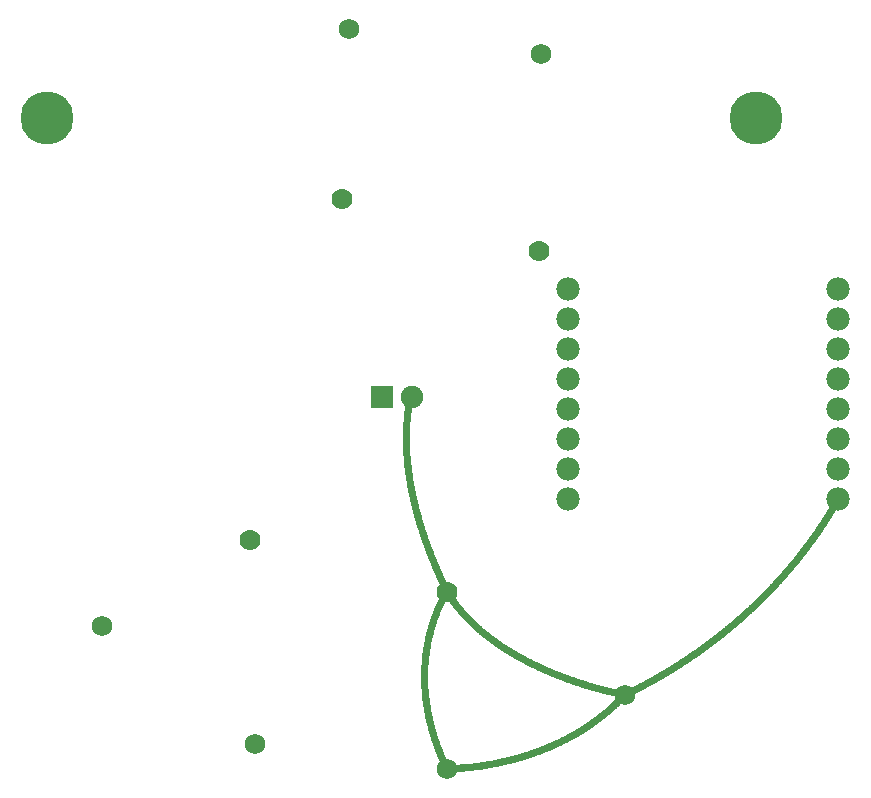
<source format=gbl>
G04 MADE WITH FRITZING*
G04 WWW.FRITZING.ORG*
G04 DOUBLE SIDED*
G04 HOLES PLATED*
G04 CONTOUR ON CENTER OF CONTOUR VECTOR*
%ASAXBY*%
%FSLAX23Y23*%
%MOIN*%
%OFA0B0*%
%SFA1.0B1.0*%
%ADD10C,0.075000*%
%ADD11C,0.068000*%
%ADD12C,0.070000*%
%ADD13C,0.077778*%
%ADD14C,0.177165*%
%ADD15R,0.075000X0.075000*%
%ADD16R,0.001000X0.001000*%
%LNCOPPER0*%
G90*
G70*
G54D10*
X1722Y1772D03*
X1822Y1772D03*
G54D11*
X1614Y2999D03*
X2252Y2916D03*
X1940Y533D03*
X1301Y617D03*
X2534Y779D03*
X789Y1008D03*
X1614Y2999D03*
X2252Y2916D03*
X1940Y533D03*
X1301Y617D03*
X2534Y779D03*
X789Y1008D03*
G54D12*
X1590Y2432D03*
X2246Y2258D03*
X1941Y1122D03*
X1285Y1297D03*
X1590Y2432D03*
X2246Y2258D03*
X1941Y1122D03*
X1285Y1297D03*
G54D13*
X2345Y2132D03*
X2345Y2032D03*
X2345Y1932D03*
X2345Y1832D03*
X2345Y1732D03*
X2345Y1632D03*
X2345Y1532D03*
X2345Y1432D03*
X3245Y1432D03*
X3245Y1532D03*
X3245Y1632D03*
X3245Y1732D03*
X3245Y1832D03*
X3245Y1932D03*
X3245Y2032D03*
X3245Y2132D03*
G54D14*
X2970Y2701D03*
X608Y2701D03*
G54D15*
X1722Y1772D03*
G54D16*
X1817Y1783D02*
X1825Y1783D01*
X1815Y1782D02*
X1827Y1782D01*
X1814Y1781D02*
X1828Y1781D01*
X1813Y1780D02*
X1829Y1780D01*
X1812Y1779D02*
X1830Y1779D01*
X1811Y1778D02*
X1831Y1778D01*
X1811Y1777D02*
X1831Y1777D01*
X1810Y1776D02*
X1832Y1776D01*
X1810Y1775D02*
X1832Y1775D01*
X1810Y1774D02*
X1832Y1774D01*
X1809Y1773D02*
X1832Y1773D01*
X1809Y1772D02*
X1832Y1772D01*
X1809Y1771D02*
X1832Y1771D01*
X1809Y1770D02*
X1832Y1770D01*
X1808Y1769D02*
X1832Y1769D01*
X1808Y1768D02*
X1832Y1768D01*
X1808Y1767D02*
X1832Y1767D01*
X1807Y1766D02*
X1831Y1766D01*
X1807Y1765D02*
X1831Y1765D01*
X1807Y1764D02*
X1831Y1764D01*
X1807Y1763D02*
X1830Y1763D01*
X1806Y1762D02*
X1830Y1762D01*
X1806Y1761D02*
X1830Y1761D01*
X1806Y1760D02*
X1830Y1760D01*
X1806Y1759D02*
X1829Y1759D01*
X1805Y1758D02*
X1829Y1758D01*
X1805Y1757D02*
X1829Y1757D01*
X1805Y1756D02*
X1829Y1756D01*
X1805Y1755D02*
X1828Y1755D01*
X1805Y1754D02*
X1828Y1754D01*
X1804Y1753D02*
X1828Y1753D01*
X1804Y1752D02*
X1828Y1752D01*
X1804Y1751D02*
X1827Y1751D01*
X1804Y1750D02*
X1827Y1750D01*
X1803Y1749D02*
X1827Y1749D01*
X1803Y1748D02*
X1827Y1748D01*
X1803Y1747D02*
X1827Y1747D01*
X1803Y1746D02*
X1826Y1746D01*
X1803Y1745D02*
X1826Y1745D01*
X1803Y1744D02*
X1826Y1744D01*
X1802Y1743D02*
X1826Y1743D01*
X1802Y1742D02*
X1826Y1742D01*
X1802Y1741D02*
X1825Y1741D01*
X1802Y1740D02*
X1825Y1740D01*
X1802Y1739D02*
X1825Y1739D01*
X1801Y1738D02*
X1825Y1738D01*
X1801Y1737D02*
X1825Y1737D01*
X1801Y1736D02*
X1825Y1736D01*
X1801Y1735D02*
X1824Y1735D01*
X1801Y1734D02*
X1824Y1734D01*
X1801Y1733D02*
X1824Y1733D01*
X1800Y1732D02*
X1824Y1732D01*
X1800Y1731D02*
X1824Y1731D01*
X1800Y1730D02*
X1823Y1730D01*
X1800Y1729D02*
X1823Y1729D01*
X1800Y1728D02*
X1823Y1728D01*
X1800Y1727D02*
X1823Y1727D01*
X1800Y1726D02*
X1823Y1726D01*
X1799Y1725D02*
X1823Y1725D01*
X1799Y1724D02*
X1822Y1724D01*
X1799Y1723D02*
X1822Y1723D01*
X1799Y1722D02*
X1822Y1722D01*
X1799Y1721D02*
X1822Y1721D01*
X1799Y1720D02*
X1822Y1720D01*
X1799Y1719D02*
X1822Y1719D01*
X1798Y1718D02*
X1822Y1718D01*
X1798Y1717D02*
X1821Y1717D01*
X1798Y1716D02*
X1821Y1716D01*
X1798Y1715D02*
X1821Y1715D01*
X1798Y1714D02*
X1821Y1714D01*
X1798Y1713D02*
X1821Y1713D01*
X1798Y1712D02*
X1821Y1712D01*
X1798Y1711D02*
X1821Y1711D01*
X1797Y1710D02*
X1821Y1710D01*
X1797Y1709D02*
X1820Y1709D01*
X1797Y1708D02*
X1820Y1708D01*
X1797Y1707D02*
X1820Y1707D01*
X1797Y1706D02*
X1820Y1706D01*
X1797Y1705D02*
X1820Y1705D01*
X1797Y1704D02*
X1820Y1704D01*
X1797Y1703D02*
X1820Y1703D01*
X1797Y1702D02*
X1820Y1702D01*
X1796Y1701D02*
X1820Y1701D01*
X1796Y1700D02*
X1819Y1700D01*
X1796Y1699D02*
X1819Y1699D01*
X1796Y1698D02*
X1819Y1698D01*
X1796Y1697D02*
X1819Y1697D01*
X1796Y1696D02*
X1819Y1696D01*
X1796Y1695D02*
X1819Y1695D01*
X1796Y1694D02*
X1819Y1694D01*
X1796Y1693D02*
X1819Y1693D01*
X1796Y1692D02*
X1819Y1692D01*
X1796Y1691D02*
X1819Y1691D01*
X1795Y1690D02*
X1819Y1690D01*
X1795Y1689D02*
X1818Y1689D01*
X1795Y1688D02*
X1818Y1688D01*
X1795Y1687D02*
X1818Y1687D01*
X1795Y1686D02*
X1818Y1686D01*
X1795Y1685D02*
X1818Y1685D01*
X1795Y1684D02*
X1818Y1684D01*
X1795Y1683D02*
X1818Y1683D01*
X1795Y1682D02*
X1818Y1682D01*
X1795Y1681D02*
X1818Y1681D01*
X1795Y1680D02*
X1818Y1680D01*
X1795Y1679D02*
X1818Y1679D01*
X1795Y1678D02*
X1818Y1678D01*
X1795Y1677D02*
X1818Y1677D01*
X1795Y1676D02*
X1818Y1676D01*
X1794Y1675D02*
X1817Y1675D01*
X1794Y1674D02*
X1817Y1674D01*
X1794Y1673D02*
X1817Y1673D01*
X1794Y1672D02*
X1817Y1672D01*
X1794Y1671D02*
X1817Y1671D01*
X1794Y1670D02*
X1817Y1670D01*
X1794Y1669D02*
X1817Y1669D01*
X1794Y1668D02*
X1817Y1668D01*
X1794Y1667D02*
X1817Y1667D01*
X1794Y1666D02*
X1817Y1666D01*
X1794Y1665D02*
X1817Y1665D01*
X1794Y1664D02*
X1817Y1664D01*
X1794Y1663D02*
X1817Y1663D01*
X1794Y1662D02*
X1817Y1662D01*
X1794Y1661D02*
X1817Y1661D01*
X1794Y1660D02*
X1817Y1660D01*
X1794Y1659D02*
X1817Y1659D01*
X1794Y1658D02*
X1817Y1658D01*
X1794Y1657D02*
X1817Y1657D01*
X1794Y1656D02*
X1817Y1656D01*
X1794Y1655D02*
X1817Y1655D01*
X1794Y1654D02*
X1817Y1654D01*
X1794Y1653D02*
X1817Y1653D01*
X1794Y1652D02*
X1817Y1652D01*
X1794Y1651D02*
X1817Y1651D01*
X1794Y1650D02*
X1817Y1650D01*
X1794Y1649D02*
X1816Y1649D01*
X1793Y1648D02*
X1816Y1648D01*
X1793Y1647D02*
X1816Y1647D01*
X1793Y1646D02*
X1816Y1646D01*
X1793Y1645D02*
X1816Y1645D01*
X1793Y1644D02*
X1816Y1644D01*
X1793Y1643D02*
X1816Y1643D01*
X1793Y1642D02*
X1816Y1642D01*
X1793Y1641D02*
X1816Y1641D01*
X1793Y1640D02*
X1816Y1640D01*
X1793Y1639D02*
X1816Y1639D01*
X1793Y1638D02*
X1816Y1638D01*
X1793Y1637D02*
X1816Y1637D01*
X1793Y1636D02*
X1816Y1636D01*
X1793Y1635D02*
X1816Y1635D01*
X1793Y1634D02*
X1816Y1634D01*
X1793Y1633D02*
X1816Y1633D01*
X1793Y1632D02*
X1816Y1632D01*
X1793Y1631D02*
X1816Y1631D01*
X1793Y1630D02*
X1816Y1630D01*
X1793Y1629D02*
X1816Y1629D01*
X1793Y1628D02*
X1816Y1628D01*
X1793Y1627D02*
X1816Y1627D01*
X1793Y1626D02*
X1816Y1626D01*
X1793Y1625D02*
X1816Y1625D01*
X1793Y1624D02*
X1816Y1624D01*
X1793Y1623D02*
X1816Y1623D01*
X1793Y1622D02*
X1816Y1622D01*
X1793Y1621D02*
X1816Y1621D01*
X1793Y1620D02*
X1816Y1620D01*
X1793Y1619D02*
X1816Y1619D01*
X1794Y1618D02*
X1817Y1618D01*
X1794Y1617D02*
X1817Y1617D01*
X1794Y1616D02*
X1817Y1616D01*
X1794Y1615D02*
X1817Y1615D01*
X1794Y1614D02*
X1817Y1614D01*
X1794Y1613D02*
X1817Y1613D01*
X1794Y1612D02*
X1817Y1612D01*
X1794Y1611D02*
X1817Y1611D01*
X1794Y1610D02*
X1817Y1610D01*
X1794Y1609D02*
X1817Y1609D01*
X1794Y1608D02*
X1817Y1608D01*
X1794Y1607D02*
X1817Y1607D01*
X1794Y1606D02*
X1817Y1606D01*
X1794Y1605D02*
X1817Y1605D01*
X1794Y1604D02*
X1817Y1604D01*
X1794Y1603D02*
X1817Y1603D01*
X1794Y1602D02*
X1817Y1602D01*
X1794Y1601D02*
X1817Y1601D01*
X1794Y1600D02*
X1817Y1600D01*
X1794Y1599D02*
X1817Y1599D01*
X1794Y1598D02*
X1817Y1598D01*
X1794Y1597D02*
X1817Y1597D01*
X1794Y1596D02*
X1817Y1596D01*
X1794Y1595D02*
X1817Y1595D01*
X1794Y1594D02*
X1817Y1594D01*
X1794Y1593D02*
X1818Y1593D01*
X1795Y1592D02*
X1818Y1592D01*
X1795Y1591D02*
X1818Y1591D01*
X1795Y1590D02*
X1818Y1590D01*
X1795Y1589D02*
X1818Y1589D01*
X1795Y1588D02*
X1818Y1588D01*
X1795Y1587D02*
X1818Y1587D01*
X1795Y1586D02*
X1818Y1586D01*
X1795Y1585D02*
X1818Y1585D01*
X1795Y1584D02*
X1818Y1584D01*
X1795Y1583D02*
X1818Y1583D01*
X1795Y1582D02*
X1818Y1582D01*
X1795Y1581D02*
X1818Y1581D01*
X1795Y1580D02*
X1818Y1580D01*
X1795Y1579D02*
X1818Y1579D01*
X1795Y1578D02*
X1818Y1578D01*
X1795Y1577D02*
X1818Y1577D01*
X1796Y1576D02*
X1819Y1576D01*
X1796Y1575D02*
X1819Y1575D01*
X1796Y1574D02*
X1819Y1574D01*
X1796Y1573D02*
X1819Y1573D01*
X1796Y1572D02*
X1819Y1572D01*
X1796Y1571D02*
X1819Y1571D01*
X1796Y1570D02*
X1819Y1570D01*
X1796Y1569D02*
X1819Y1569D01*
X1796Y1568D02*
X1819Y1568D01*
X1796Y1567D02*
X1819Y1567D01*
X1796Y1566D02*
X1819Y1566D01*
X1796Y1565D02*
X1819Y1565D01*
X1796Y1564D02*
X1820Y1564D01*
X1797Y1563D02*
X1820Y1563D01*
X1797Y1562D02*
X1820Y1562D01*
X1797Y1561D02*
X1820Y1561D01*
X1797Y1560D02*
X1820Y1560D01*
X1797Y1559D02*
X1820Y1559D01*
X1797Y1558D02*
X1820Y1558D01*
X1797Y1557D02*
X1820Y1557D01*
X1797Y1556D02*
X1820Y1556D01*
X1797Y1555D02*
X1820Y1555D01*
X1797Y1554D02*
X1820Y1554D01*
X1797Y1553D02*
X1821Y1553D01*
X1798Y1552D02*
X1821Y1552D01*
X1798Y1551D02*
X1821Y1551D01*
X1798Y1550D02*
X1821Y1550D01*
X1798Y1549D02*
X1821Y1549D01*
X1798Y1548D02*
X1821Y1548D01*
X1798Y1547D02*
X1821Y1547D01*
X1798Y1546D02*
X1821Y1546D01*
X1798Y1545D02*
X1821Y1545D01*
X1798Y1544D02*
X1822Y1544D01*
X1799Y1543D02*
X1822Y1543D01*
X1799Y1542D02*
X1822Y1542D01*
X1799Y1541D02*
X1822Y1541D01*
X1799Y1540D02*
X1822Y1540D01*
X1799Y1539D02*
X1822Y1539D01*
X1799Y1538D02*
X1822Y1538D01*
X1799Y1537D02*
X1822Y1537D01*
X1799Y1536D02*
X1822Y1536D01*
X1799Y1535D02*
X1823Y1535D01*
X1800Y1534D02*
X1823Y1534D01*
X1800Y1533D02*
X1823Y1533D01*
X1800Y1532D02*
X1823Y1532D01*
X1800Y1531D02*
X1823Y1531D01*
X1800Y1530D02*
X1823Y1530D01*
X1800Y1529D02*
X1823Y1529D01*
X1800Y1528D02*
X1823Y1528D01*
X1800Y1527D02*
X1824Y1527D01*
X1801Y1526D02*
X1824Y1526D01*
X1801Y1525D02*
X1824Y1525D01*
X1801Y1524D02*
X1824Y1524D01*
X1801Y1523D02*
X1824Y1523D01*
X1801Y1522D02*
X1824Y1522D01*
X1801Y1521D02*
X1824Y1521D01*
X1801Y1520D02*
X1825Y1520D01*
X1802Y1519D02*
X1825Y1519D01*
X1802Y1518D02*
X1825Y1518D01*
X1802Y1517D02*
X1825Y1517D01*
X1802Y1516D02*
X1825Y1516D01*
X1802Y1515D02*
X1825Y1515D01*
X1802Y1514D02*
X1825Y1514D01*
X1802Y1513D02*
X1825Y1513D01*
X1802Y1512D02*
X1826Y1512D01*
X1803Y1511D02*
X1826Y1511D01*
X1803Y1510D02*
X1826Y1510D01*
X1803Y1509D02*
X1826Y1509D01*
X1803Y1508D02*
X1826Y1508D01*
X1803Y1507D02*
X1826Y1507D01*
X1803Y1506D02*
X1827Y1506D01*
X1803Y1505D02*
X1827Y1505D01*
X1804Y1504D02*
X1827Y1504D01*
X1804Y1503D02*
X1827Y1503D01*
X1804Y1502D02*
X1827Y1502D01*
X1804Y1501D02*
X1827Y1501D01*
X1804Y1500D02*
X1827Y1500D01*
X1804Y1499D02*
X1828Y1499D01*
X1805Y1498D02*
X1828Y1498D01*
X1805Y1497D02*
X1828Y1497D01*
X1805Y1496D02*
X1828Y1496D01*
X1805Y1495D02*
X1828Y1495D01*
X1805Y1494D02*
X1828Y1494D01*
X1805Y1493D02*
X1829Y1493D01*
X1806Y1492D02*
X1829Y1492D01*
X1806Y1491D02*
X1829Y1491D01*
X1806Y1490D02*
X1829Y1490D01*
X1806Y1489D02*
X1829Y1489D01*
X1806Y1488D02*
X1829Y1488D01*
X1806Y1487D02*
X1830Y1487D01*
X1807Y1486D02*
X1830Y1486D01*
X1807Y1485D02*
X1830Y1485D01*
X1807Y1484D02*
X1830Y1484D01*
X1807Y1483D02*
X1830Y1483D01*
X1807Y1482D02*
X1830Y1482D01*
X1807Y1481D02*
X1831Y1481D01*
X1808Y1480D02*
X1831Y1480D01*
X1808Y1479D02*
X1831Y1479D01*
X1808Y1478D02*
X1831Y1478D01*
X1808Y1477D02*
X1831Y1477D01*
X1808Y1476D02*
X1832Y1476D01*
X1808Y1475D02*
X1832Y1475D01*
X1809Y1474D02*
X1832Y1474D01*
X1809Y1473D02*
X1832Y1473D01*
X1809Y1472D02*
X1832Y1472D01*
X1809Y1471D02*
X1833Y1471D01*
X1809Y1470D02*
X1833Y1470D01*
X1810Y1469D02*
X1833Y1469D01*
X1810Y1468D02*
X1833Y1468D01*
X1810Y1467D02*
X1833Y1467D01*
X1810Y1466D02*
X1833Y1466D01*
X1810Y1465D02*
X1834Y1465D01*
X1811Y1464D02*
X1834Y1464D01*
X1811Y1463D02*
X1834Y1463D01*
X1811Y1462D02*
X1834Y1462D01*
X1811Y1461D02*
X1834Y1461D01*
X1811Y1460D02*
X1835Y1460D01*
X1811Y1459D02*
X1835Y1459D01*
X1812Y1458D02*
X1835Y1458D01*
X1812Y1457D02*
X1835Y1457D01*
X1812Y1456D02*
X1835Y1456D01*
X1812Y1455D02*
X1836Y1455D01*
X1812Y1454D02*
X1836Y1454D01*
X1813Y1453D02*
X1836Y1453D01*
X1813Y1452D02*
X1836Y1452D01*
X1813Y1451D02*
X1836Y1451D01*
X1813Y1450D02*
X1837Y1450D01*
X1813Y1449D02*
X1837Y1449D01*
X1814Y1448D02*
X1837Y1448D01*
X1814Y1447D02*
X1837Y1447D01*
X1814Y1446D02*
X1838Y1446D01*
X1814Y1445D02*
X1838Y1445D01*
X1815Y1444D02*
X1838Y1444D01*
X3242Y1444D02*
X3247Y1444D01*
X1815Y1443D02*
X1838Y1443D01*
X3240Y1443D02*
X3249Y1443D01*
X1815Y1442D02*
X1838Y1442D01*
X3238Y1442D02*
X3251Y1442D01*
X1815Y1441D02*
X1839Y1441D01*
X3237Y1441D02*
X3252Y1441D01*
X1815Y1440D02*
X1839Y1440D01*
X3236Y1440D02*
X3253Y1440D01*
X1816Y1439D02*
X1839Y1439D01*
X3235Y1439D02*
X3254Y1439D01*
X1816Y1438D02*
X1839Y1438D01*
X3234Y1438D02*
X3255Y1438D01*
X1816Y1437D02*
X1840Y1437D01*
X3234Y1437D02*
X3255Y1437D01*
X1816Y1436D02*
X1840Y1436D01*
X3233Y1436D02*
X3255Y1436D01*
X1817Y1435D02*
X1840Y1435D01*
X3233Y1435D02*
X3256Y1435D01*
X1817Y1434D02*
X1840Y1434D01*
X3232Y1434D02*
X3256Y1434D01*
X1817Y1433D02*
X1840Y1433D01*
X3232Y1433D02*
X3256Y1433D01*
X1817Y1432D02*
X1841Y1432D01*
X3231Y1432D02*
X3256Y1432D01*
X1817Y1431D02*
X1841Y1431D01*
X3231Y1431D02*
X3256Y1431D01*
X1818Y1430D02*
X1841Y1430D01*
X3230Y1430D02*
X3256Y1430D01*
X1818Y1429D02*
X1841Y1429D01*
X3229Y1429D02*
X3256Y1429D01*
X1818Y1428D02*
X1841Y1428D01*
X3229Y1428D02*
X3255Y1428D01*
X1818Y1427D02*
X1842Y1427D01*
X3228Y1427D02*
X3255Y1427D01*
X1818Y1426D02*
X1842Y1426D01*
X3228Y1426D02*
X3254Y1426D01*
X1819Y1425D02*
X1842Y1425D01*
X3227Y1425D02*
X3254Y1425D01*
X1819Y1424D02*
X1842Y1424D01*
X3227Y1424D02*
X3253Y1424D01*
X1819Y1423D02*
X1843Y1423D01*
X3226Y1423D02*
X3253Y1423D01*
X1819Y1422D02*
X1843Y1422D01*
X3226Y1422D02*
X3252Y1422D01*
X1820Y1421D02*
X1843Y1421D01*
X3225Y1421D02*
X3251Y1421D01*
X1820Y1420D02*
X1843Y1420D01*
X3224Y1420D02*
X3251Y1420D01*
X1820Y1419D02*
X1844Y1419D01*
X3224Y1419D02*
X3250Y1419D01*
X1820Y1418D02*
X1844Y1418D01*
X3223Y1418D02*
X3250Y1418D01*
X1821Y1417D02*
X1844Y1417D01*
X3223Y1417D02*
X3249Y1417D01*
X1821Y1416D02*
X1844Y1416D01*
X3222Y1416D02*
X3249Y1416D01*
X1821Y1415D02*
X1845Y1415D01*
X3221Y1415D02*
X3248Y1415D01*
X1821Y1414D02*
X1845Y1414D01*
X3221Y1414D02*
X3248Y1414D01*
X1822Y1413D02*
X1845Y1413D01*
X3220Y1413D02*
X3247Y1413D01*
X1822Y1412D02*
X1845Y1412D01*
X3220Y1412D02*
X3246Y1412D01*
X1822Y1411D02*
X1846Y1411D01*
X3219Y1411D02*
X3246Y1411D01*
X1822Y1410D02*
X1846Y1410D01*
X3219Y1410D02*
X3245Y1410D01*
X1823Y1409D02*
X1846Y1409D01*
X3218Y1409D02*
X3245Y1409D01*
X1823Y1408D02*
X1846Y1408D01*
X3217Y1408D02*
X3244Y1408D01*
X1823Y1407D02*
X1847Y1407D01*
X3217Y1407D02*
X3244Y1407D01*
X1823Y1406D02*
X1847Y1406D01*
X3216Y1406D02*
X3243Y1406D01*
X1824Y1405D02*
X1847Y1405D01*
X3216Y1405D02*
X3242Y1405D01*
X1824Y1404D02*
X1847Y1404D01*
X3215Y1404D02*
X3242Y1404D01*
X1824Y1403D02*
X1848Y1403D01*
X3214Y1403D02*
X3241Y1403D01*
X1824Y1402D02*
X1848Y1402D01*
X3214Y1402D02*
X3241Y1402D01*
X1824Y1401D02*
X1848Y1401D01*
X3213Y1401D02*
X3240Y1401D01*
X1825Y1400D02*
X1848Y1400D01*
X3213Y1400D02*
X3239Y1400D01*
X1825Y1399D02*
X1849Y1399D01*
X3212Y1399D02*
X3239Y1399D01*
X1825Y1398D02*
X1849Y1398D01*
X3211Y1398D02*
X3238Y1398D01*
X1825Y1397D02*
X1849Y1397D01*
X3211Y1397D02*
X3238Y1397D01*
X1826Y1396D02*
X1849Y1396D01*
X3210Y1396D02*
X3237Y1396D01*
X1826Y1395D02*
X1850Y1395D01*
X3210Y1395D02*
X3237Y1395D01*
X1826Y1394D02*
X1850Y1394D01*
X3209Y1394D02*
X3236Y1394D01*
X1826Y1393D02*
X1850Y1393D01*
X3208Y1393D02*
X3235Y1393D01*
X1827Y1392D02*
X1850Y1392D01*
X3208Y1392D02*
X3235Y1392D01*
X1827Y1391D02*
X1851Y1391D01*
X3207Y1391D02*
X3234Y1391D01*
X1827Y1390D02*
X1851Y1390D01*
X3207Y1390D02*
X3234Y1390D01*
X1828Y1389D02*
X1851Y1389D01*
X3206Y1389D02*
X3233Y1389D01*
X1828Y1388D02*
X1852Y1388D01*
X3205Y1388D02*
X3232Y1388D01*
X1828Y1387D02*
X1852Y1387D01*
X3205Y1387D02*
X3232Y1387D01*
X1828Y1386D02*
X1852Y1386D01*
X3204Y1386D02*
X3231Y1386D01*
X1829Y1385D02*
X1852Y1385D01*
X3204Y1385D02*
X3231Y1385D01*
X1829Y1384D02*
X1853Y1384D01*
X3203Y1384D02*
X3230Y1384D01*
X1829Y1383D02*
X1853Y1383D01*
X3202Y1383D02*
X3229Y1383D01*
X1829Y1382D02*
X1853Y1382D01*
X3202Y1382D02*
X3229Y1382D01*
X1830Y1381D02*
X1853Y1381D01*
X3201Y1381D02*
X3228Y1381D01*
X1830Y1380D02*
X1854Y1380D01*
X3200Y1380D02*
X3228Y1380D01*
X1830Y1379D02*
X1854Y1379D01*
X3200Y1379D02*
X3227Y1379D01*
X1831Y1378D02*
X1854Y1378D01*
X3199Y1378D02*
X3226Y1378D01*
X1831Y1377D02*
X1855Y1377D01*
X3199Y1377D02*
X3226Y1377D01*
X1831Y1376D02*
X1855Y1376D01*
X3198Y1376D02*
X3225Y1376D01*
X1831Y1375D02*
X1855Y1375D01*
X3197Y1375D02*
X3225Y1375D01*
X1832Y1374D02*
X1855Y1374D01*
X3197Y1374D02*
X3224Y1374D01*
X1832Y1373D02*
X1856Y1373D01*
X3196Y1373D02*
X3223Y1373D01*
X1832Y1372D02*
X1856Y1372D01*
X3195Y1372D02*
X3223Y1372D01*
X1832Y1371D02*
X1856Y1371D01*
X3195Y1371D02*
X3222Y1371D01*
X1833Y1370D02*
X1856Y1370D01*
X3194Y1370D02*
X3221Y1370D01*
X1833Y1369D02*
X1857Y1369D01*
X3194Y1369D02*
X3221Y1369D01*
X1833Y1368D02*
X1857Y1368D01*
X3193Y1368D02*
X3220Y1368D01*
X1834Y1367D02*
X1857Y1367D01*
X3192Y1367D02*
X3220Y1367D01*
X1834Y1366D02*
X1858Y1366D01*
X3192Y1366D02*
X3219Y1366D01*
X1834Y1365D02*
X1858Y1365D01*
X3191Y1365D02*
X3218Y1365D01*
X1834Y1364D02*
X1858Y1364D01*
X3190Y1364D02*
X3218Y1364D01*
X1835Y1363D02*
X1859Y1363D01*
X3190Y1363D02*
X3217Y1363D01*
X1835Y1362D02*
X1859Y1362D01*
X3189Y1362D02*
X3217Y1362D01*
X1835Y1361D02*
X1859Y1361D01*
X3188Y1361D02*
X3216Y1361D01*
X1836Y1360D02*
X1859Y1360D01*
X3188Y1360D02*
X3215Y1360D01*
X1836Y1359D02*
X1860Y1359D01*
X3187Y1359D02*
X3215Y1359D01*
X1836Y1358D02*
X1860Y1358D01*
X3186Y1358D02*
X3214Y1358D01*
X1836Y1357D02*
X1860Y1357D01*
X3186Y1357D02*
X3213Y1357D01*
X1837Y1356D02*
X1861Y1356D01*
X3185Y1356D02*
X3213Y1356D01*
X1837Y1355D02*
X1861Y1355D01*
X3184Y1355D02*
X3212Y1355D01*
X1837Y1354D02*
X1861Y1354D01*
X3184Y1354D02*
X3211Y1354D01*
X1838Y1353D02*
X1862Y1353D01*
X3183Y1353D02*
X3211Y1353D01*
X1838Y1352D02*
X1862Y1352D01*
X3182Y1352D02*
X3210Y1352D01*
X1838Y1351D02*
X1862Y1351D01*
X3182Y1351D02*
X3209Y1351D01*
X1839Y1350D02*
X1862Y1350D01*
X3181Y1350D02*
X3209Y1350D01*
X1839Y1349D02*
X1863Y1349D01*
X3181Y1349D02*
X3208Y1349D01*
X1839Y1348D02*
X1863Y1348D01*
X3180Y1348D02*
X3208Y1348D01*
X1839Y1347D02*
X1863Y1347D01*
X3179Y1347D02*
X3207Y1347D01*
X1840Y1346D02*
X1864Y1346D01*
X3179Y1346D02*
X3206Y1346D01*
X1840Y1345D02*
X1864Y1345D01*
X3178Y1345D02*
X3206Y1345D01*
X1840Y1344D02*
X1864Y1344D01*
X3177Y1344D02*
X3205Y1344D01*
X1841Y1343D02*
X1865Y1343D01*
X3177Y1343D02*
X3204Y1343D01*
X1841Y1342D02*
X1865Y1342D01*
X3176Y1342D02*
X3204Y1342D01*
X1841Y1341D02*
X1865Y1341D01*
X3175Y1341D02*
X3203Y1341D01*
X1842Y1340D02*
X1865Y1340D01*
X3175Y1340D02*
X3202Y1340D01*
X1842Y1339D02*
X1866Y1339D01*
X3174Y1339D02*
X3202Y1339D01*
X1842Y1338D02*
X1866Y1338D01*
X3173Y1338D02*
X3201Y1338D01*
X1842Y1337D02*
X1866Y1337D01*
X3172Y1337D02*
X3200Y1337D01*
X1843Y1336D02*
X1867Y1336D01*
X3172Y1336D02*
X3200Y1336D01*
X1843Y1335D02*
X1867Y1335D01*
X3171Y1335D02*
X3199Y1335D01*
X1843Y1334D02*
X1867Y1334D01*
X3170Y1334D02*
X3198Y1334D01*
X1844Y1333D02*
X1868Y1333D01*
X3170Y1333D02*
X3198Y1333D01*
X1844Y1332D02*
X1868Y1332D01*
X3169Y1332D02*
X3197Y1332D01*
X1844Y1331D02*
X1868Y1331D01*
X3168Y1331D02*
X3196Y1331D01*
X1845Y1330D02*
X1869Y1330D01*
X3168Y1330D02*
X3196Y1330D01*
X1845Y1329D02*
X1869Y1329D01*
X3167Y1329D02*
X3195Y1329D01*
X1845Y1328D02*
X1869Y1328D01*
X3166Y1328D02*
X3194Y1328D01*
X1846Y1327D02*
X1870Y1327D01*
X3166Y1327D02*
X3194Y1327D01*
X1846Y1326D02*
X1870Y1326D01*
X3165Y1326D02*
X3193Y1326D01*
X1846Y1325D02*
X1870Y1325D01*
X3164Y1325D02*
X3192Y1325D01*
X1847Y1324D02*
X1871Y1324D01*
X3164Y1324D02*
X3192Y1324D01*
X1847Y1323D02*
X1871Y1323D01*
X3163Y1323D02*
X3191Y1323D01*
X1847Y1322D02*
X1871Y1322D01*
X3162Y1322D02*
X3190Y1322D01*
X1847Y1321D02*
X1872Y1321D01*
X3161Y1321D02*
X3190Y1321D01*
X1848Y1320D02*
X1872Y1320D01*
X3161Y1320D02*
X3189Y1320D01*
X1848Y1319D02*
X1872Y1319D01*
X3160Y1319D02*
X3188Y1319D01*
X1848Y1318D02*
X1873Y1318D01*
X3159Y1318D02*
X3188Y1318D01*
X1849Y1317D02*
X1873Y1317D01*
X3159Y1317D02*
X3187Y1317D01*
X1849Y1316D02*
X1873Y1316D01*
X3158Y1316D02*
X3186Y1316D01*
X1849Y1315D02*
X1874Y1315D01*
X3157Y1315D02*
X3185Y1315D01*
X1850Y1314D02*
X1874Y1314D01*
X3156Y1314D02*
X3185Y1314D01*
X1850Y1313D02*
X1874Y1313D01*
X3156Y1313D02*
X3184Y1313D01*
X1850Y1312D02*
X1875Y1312D01*
X3155Y1312D02*
X3183Y1312D01*
X1851Y1311D02*
X1875Y1311D01*
X3154Y1311D02*
X3183Y1311D01*
X1851Y1310D02*
X1875Y1310D01*
X3154Y1310D02*
X3182Y1310D01*
X1851Y1309D02*
X1876Y1309D01*
X3153Y1309D02*
X3181Y1309D01*
X1852Y1308D02*
X1876Y1308D01*
X3152Y1308D02*
X3181Y1308D01*
X1852Y1307D02*
X1876Y1307D01*
X3152Y1307D02*
X3180Y1307D01*
X1852Y1306D02*
X1877Y1306D01*
X3151Y1306D02*
X3179Y1306D01*
X1853Y1305D02*
X1877Y1305D01*
X3150Y1305D02*
X3178Y1305D01*
X1853Y1304D02*
X1877Y1304D01*
X3149Y1304D02*
X3178Y1304D01*
X1853Y1303D02*
X1878Y1303D01*
X3149Y1303D02*
X3177Y1303D01*
X1854Y1302D02*
X1878Y1302D01*
X3148Y1302D02*
X3176Y1302D01*
X1854Y1301D02*
X1878Y1301D01*
X3147Y1301D02*
X3176Y1301D01*
X1854Y1300D02*
X1879Y1300D01*
X3146Y1300D02*
X3175Y1300D01*
X1855Y1299D02*
X1879Y1299D01*
X3146Y1299D02*
X3174Y1299D01*
X1855Y1298D02*
X1879Y1298D01*
X3145Y1298D02*
X3174Y1298D01*
X1855Y1297D02*
X1880Y1297D01*
X3144Y1297D02*
X3173Y1297D01*
X1856Y1296D02*
X1880Y1296D01*
X3144Y1296D02*
X3172Y1296D01*
X1856Y1295D02*
X1880Y1295D01*
X3143Y1295D02*
X3171Y1295D01*
X1856Y1294D02*
X1881Y1294D01*
X3142Y1294D02*
X3171Y1294D01*
X1857Y1293D02*
X1881Y1293D01*
X3141Y1293D02*
X3170Y1293D01*
X1857Y1292D02*
X1882Y1292D01*
X3141Y1292D02*
X3169Y1292D01*
X1858Y1291D02*
X1882Y1291D01*
X3140Y1291D02*
X3169Y1291D01*
X1858Y1290D02*
X1882Y1290D01*
X3139Y1290D02*
X3168Y1290D01*
X1858Y1289D02*
X1883Y1289D01*
X3138Y1289D02*
X3167Y1289D01*
X1859Y1288D02*
X1883Y1288D01*
X3138Y1288D02*
X3166Y1288D01*
X1859Y1287D02*
X1883Y1287D01*
X3137Y1287D02*
X3166Y1287D01*
X1859Y1286D02*
X1884Y1286D01*
X3136Y1286D02*
X3165Y1286D01*
X1860Y1285D02*
X1884Y1285D01*
X3135Y1285D02*
X3164Y1285D01*
X1860Y1284D02*
X1884Y1284D01*
X3135Y1284D02*
X3163Y1284D01*
X1860Y1283D02*
X1885Y1283D01*
X3134Y1283D02*
X3163Y1283D01*
X1861Y1282D02*
X1885Y1282D01*
X3133Y1282D02*
X3162Y1282D01*
X1861Y1281D02*
X1885Y1281D01*
X3132Y1281D02*
X3161Y1281D01*
X1861Y1280D02*
X1886Y1280D01*
X3132Y1280D02*
X3161Y1280D01*
X1862Y1279D02*
X1886Y1279D01*
X3131Y1279D02*
X3160Y1279D01*
X1862Y1278D02*
X1887Y1278D01*
X3130Y1278D02*
X3159Y1278D01*
X1863Y1277D02*
X1887Y1277D01*
X3129Y1277D02*
X3158Y1277D01*
X1863Y1276D02*
X1887Y1276D01*
X3129Y1276D02*
X3158Y1276D01*
X1863Y1275D02*
X1888Y1275D01*
X3128Y1275D02*
X3157Y1275D01*
X1864Y1274D02*
X1888Y1274D01*
X3127Y1274D02*
X3156Y1274D01*
X1864Y1273D02*
X1888Y1273D01*
X3126Y1273D02*
X3155Y1273D01*
X1864Y1272D02*
X1889Y1272D01*
X3126Y1272D02*
X3155Y1272D01*
X1865Y1271D02*
X1889Y1271D01*
X3125Y1271D02*
X3154Y1271D01*
X1865Y1270D02*
X1889Y1270D01*
X3124Y1270D02*
X3153Y1270D01*
X1865Y1269D02*
X1890Y1269D01*
X3123Y1269D02*
X3152Y1269D01*
X1866Y1268D02*
X1890Y1268D01*
X3123Y1268D02*
X3152Y1268D01*
X1866Y1267D02*
X1891Y1267D01*
X3122Y1267D02*
X3151Y1267D01*
X1866Y1266D02*
X1891Y1266D01*
X3121Y1266D02*
X3150Y1266D01*
X1867Y1265D02*
X1891Y1265D01*
X3120Y1265D02*
X3149Y1265D01*
X1867Y1264D02*
X1892Y1264D01*
X3119Y1264D02*
X3149Y1264D01*
X1868Y1263D02*
X1892Y1263D01*
X3119Y1263D02*
X3148Y1263D01*
X1868Y1262D02*
X1893Y1262D01*
X3118Y1262D02*
X3147Y1262D01*
X1868Y1261D02*
X1893Y1261D01*
X3117Y1261D02*
X3146Y1261D01*
X1869Y1260D02*
X1893Y1260D01*
X3116Y1260D02*
X3146Y1260D01*
X1869Y1259D02*
X1894Y1259D01*
X3116Y1259D02*
X3145Y1259D01*
X1869Y1258D02*
X1894Y1258D01*
X3115Y1258D02*
X3144Y1258D01*
X1870Y1257D02*
X1895Y1257D01*
X3114Y1257D02*
X3143Y1257D01*
X1870Y1256D02*
X1895Y1256D01*
X3113Y1256D02*
X3143Y1256D01*
X1871Y1255D02*
X1895Y1255D01*
X3112Y1255D02*
X3142Y1255D01*
X1871Y1254D02*
X1896Y1254D01*
X3112Y1254D02*
X3141Y1254D01*
X1871Y1253D02*
X1896Y1253D01*
X3111Y1253D02*
X3140Y1253D01*
X1872Y1252D02*
X1896Y1252D01*
X3110Y1252D02*
X3140Y1252D01*
X1872Y1251D02*
X1897Y1251D01*
X3109Y1251D02*
X3139Y1251D01*
X1873Y1250D02*
X1897Y1250D01*
X3108Y1250D02*
X3138Y1250D01*
X1873Y1249D02*
X1898Y1249D01*
X3108Y1249D02*
X3137Y1249D01*
X1873Y1248D02*
X1898Y1248D01*
X3107Y1248D02*
X3136Y1248D01*
X1874Y1247D02*
X1898Y1247D01*
X3106Y1247D02*
X3136Y1247D01*
X1874Y1246D02*
X1899Y1246D01*
X3105Y1246D02*
X3135Y1246D01*
X1874Y1245D02*
X1899Y1245D01*
X3105Y1245D02*
X3134Y1245D01*
X1875Y1244D02*
X1900Y1244D01*
X3104Y1244D02*
X3133Y1244D01*
X1875Y1243D02*
X1900Y1243D01*
X3103Y1243D02*
X3132Y1243D01*
X1876Y1242D02*
X1900Y1242D01*
X3102Y1242D02*
X3132Y1242D01*
X1876Y1241D02*
X1901Y1241D01*
X3101Y1241D02*
X3131Y1241D01*
X1876Y1240D02*
X1901Y1240D01*
X3100Y1240D02*
X3130Y1240D01*
X1877Y1239D02*
X1901Y1239D01*
X3100Y1239D02*
X3129Y1239D01*
X1877Y1238D02*
X1902Y1238D01*
X3099Y1238D02*
X3129Y1238D01*
X1878Y1237D02*
X1902Y1237D01*
X3098Y1237D02*
X3128Y1237D01*
X1878Y1236D02*
X1903Y1236D01*
X3097Y1236D02*
X3127Y1236D01*
X1878Y1235D02*
X1903Y1235D01*
X3096Y1235D02*
X3126Y1235D01*
X1879Y1234D02*
X1904Y1234D01*
X3096Y1234D02*
X3125Y1234D01*
X1879Y1233D02*
X1904Y1233D01*
X3095Y1233D02*
X3125Y1233D01*
X1880Y1232D02*
X1904Y1232D01*
X3094Y1232D02*
X3124Y1232D01*
X1880Y1231D02*
X1905Y1231D01*
X3093Y1231D02*
X3123Y1231D01*
X1880Y1230D02*
X1905Y1230D01*
X3092Y1230D02*
X3122Y1230D01*
X1881Y1229D02*
X1906Y1229D01*
X3092Y1229D02*
X3121Y1229D01*
X1881Y1228D02*
X1906Y1228D01*
X3091Y1228D02*
X3121Y1228D01*
X1881Y1227D02*
X1906Y1227D01*
X3090Y1227D02*
X3120Y1227D01*
X1882Y1226D02*
X1907Y1226D01*
X3089Y1226D02*
X3119Y1226D01*
X1882Y1225D02*
X1907Y1225D01*
X3088Y1225D02*
X3118Y1225D01*
X1883Y1224D02*
X1908Y1224D01*
X3087Y1224D02*
X3117Y1224D01*
X1883Y1223D02*
X1908Y1223D01*
X3087Y1223D02*
X3117Y1223D01*
X1884Y1222D02*
X1909Y1222D01*
X3086Y1222D02*
X3116Y1222D01*
X1884Y1221D02*
X1909Y1221D01*
X3085Y1221D02*
X3115Y1221D01*
X1884Y1220D02*
X1909Y1220D01*
X3084Y1220D02*
X3114Y1220D01*
X1885Y1219D02*
X1910Y1219D01*
X3083Y1219D02*
X3113Y1219D01*
X1885Y1218D02*
X1910Y1218D01*
X3082Y1218D02*
X3113Y1218D01*
X1886Y1217D02*
X1911Y1217D01*
X3082Y1217D02*
X3112Y1217D01*
X1886Y1216D02*
X1911Y1216D01*
X3081Y1216D02*
X3111Y1216D01*
X1886Y1215D02*
X1911Y1215D01*
X3080Y1215D02*
X3110Y1215D01*
X1887Y1214D02*
X1912Y1214D01*
X3079Y1214D02*
X3109Y1214D01*
X1887Y1213D02*
X1912Y1213D01*
X3078Y1213D02*
X3108Y1213D01*
X1888Y1212D02*
X1913Y1212D01*
X3077Y1212D02*
X3108Y1212D01*
X1888Y1211D02*
X1913Y1211D01*
X3076Y1211D02*
X3107Y1211D01*
X1888Y1210D02*
X1914Y1210D01*
X3076Y1210D02*
X3106Y1210D01*
X1889Y1209D02*
X1914Y1209D01*
X3075Y1209D02*
X3105Y1209D01*
X1889Y1208D02*
X1914Y1208D01*
X3074Y1208D02*
X3104Y1208D01*
X1890Y1207D02*
X1915Y1207D01*
X3073Y1207D02*
X3104Y1207D01*
X1890Y1206D02*
X1915Y1206D01*
X3072Y1206D02*
X3103Y1206D01*
X1891Y1205D02*
X1916Y1205D01*
X3071Y1205D02*
X3102Y1205D01*
X1891Y1204D02*
X1916Y1204D01*
X3071Y1204D02*
X3101Y1204D01*
X1891Y1203D02*
X1916Y1203D01*
X3070Y1203D02*
X3100Y1203D01*
X1892Y1202D02*
X1917Y1202D01*
X3069Y1202D02*
X3099Y1202D01*
X1892Y1201D02*
X1917Y1201D01*
X3068Y1201D02*
X3098Y1201D01*
X1893Y1200D02*
X1918Y1200D01*
X3067Y1200D02*
X3098Y1200D01*
X1893Y1199D02*
X1918Y1199D01*
X3066Y1199D02*
X3097Y1199D01*
X1894Y1198D02*
X1919Y1198D01*
X3065Y1198D02*
X3096Y1198D01*
X1894Y1197D02*
X1919Y1197D01*
X3065Y1197D02*
X3095Y1197D01*
X1894Y1196D02*
X1919Y1196D01*
X3064Y1196D02*
X3094Y1196D01*
X1895Y1195D02*
X1920Y1195D01*
X3063Y1195D02*
X3093Y1195D01*
X1895Y1194D02*
X1920Y1194D01*
X3062Y1194D02*
X3093Y1194D01*
X1896Y1193D02*
X1921Y1193D01*
X3061Y1193D02*
X3092Y1193D01*
X1896Y1192D02*
X1921Y1192D01*
X3060Y1192D02*
X3091Y1192D01*
X1896Y1191D02*
X1922Y1191D01*
X3059Y1191D02*
X3090Y1191D01*
X1897Y1190D02*
X1922Y1190D01*
X3058Y1190D02*
X3089Y1190D01*
X1897Y1189D02*
X1923Y1189D01*
X3057Y1189D02*
X3088Y1189D01*
X1898Y1188D02*
X1923Y1188D01*
X3057Y1188D02*
X3087Y1188D01*
X1898Y1187D02*
X1923Y1187D01*
X3056Y1187D02*
X3087Y1187D01*
X1899Y1186D02*
X1924Y1186D01*
X3055Y1186D02*
X3086Y1186D01*
X1899Y1185D02*
X1924Y1185D01*
X3054Y1185D02*
X3085Y1185D01*
X1900Y1184D02*
X1925Y1184D01*
X3053Y1184D02*
X3084Y1184D01*
X1900Y1183D02*
X1925Y1183D01*
X3052Y1183D02*
X3083Y1183D01*
X1900Y1182D02*
X1926Y1182D01*
X3051Y1182D02*
X3082Y1182D01*
X1901Y1181D02*
X1926Y1181D01*
X3050Y1181D02*
X3081Y1181D01*
X1901Y1180D02*
X1927Y1180D01*
X3050Y1180D02*
X3081Y1180D01*
X1902Y1179D02*
X1927Y1179D01*
X3049Y1179D02*
X3080Y1179D01*
X1902Y1178D02*
X1927Y1178D01*
X3048Y1178D02*
X3079Y1178D01*
X1903Y1177D02*
X1928Y1177D01*
X3047Y1177D02*
X3078Y1177D01*
X1903Y1176D02*
X1928Y1176D01*
X3046Y1176D02*
X3077Y1176D01*
X1903Y1175D02*
X1929Y1175D01*
X3045Y1175D02*
X3076Y1175D01*
X1904Y1174D02*
X1929Y1174D01*
X3044Y1174D02*
X3075Y1174D01*
X1904Y1173D02*
X1930Y1173D01*
X3043Y1173D02*
X3074Y1173D01*
X1905Y1172D02*
X1930Y1172D01*
X3042Y1172D02*
X3073Y1172D01*
X1905Y1171D02*
X1931Y1171D01*
X3041Y1171D02*
X3073Y1171D01*
X1906Y1170D02*
X1931Y1170D01*
X3041Y1170D02*
X3072Y1170D01*
X1906Y1169D02*
X1932Y1169D01*
X3040Y1169D02*
X3071Y1169D01*
X1907Y1168D02*
X1932Y1168D01*
X3039Y1168D02*
X3070Y1168D01*
X1907Y1167D02*
X1932Y1167D01*
X3038Y1167D02*
X3069Y1167D01*
X1908Y1166D02*
X1933Y1166D01*
X3037Y1166D02*
X3068Y1166D01*
X1908Y1165D02*
X1933Y1165D01*
X3036Y1165D02*
X3067Y1165D01*
X1908Y1164D02*
X1934Y1164D01*
X3035Y1164D02*
X3066Y1164D01*
X1909Y1163D02*
X1934Y1163D01*
X3034Y1163D02*
X3066Y1163D01*
X1909Y1162D02*
X1935Y1162D01*
X3033Y1162D02*
X3065Y1162D01*
X1910Y1161D02*
X1935Y1161D01*
X3032Y1161D02*
X3064Y1161D01*
X1910Y1160D02*
X1936Y1160D01*
X3031Y1160D02*
X3063Y1160D01*
X1911Y1159D02*
X1936Y1159D01*
X3030Y1159D02*
X3062Y1159D01*
X1911Y1158D02*
X1937Y1158D01*
X3030Y1158D02*
X3061Y1158D01*
X1912Y1157D02*
X1937Y1157D01*
X3029Y1157D02*
X3060Y1157D01*
X1912Y1156D02*
X1938Y1156D01*
X3028Y1156D02*
X3059Y1156D01*
X1913Y1155D02*
X1938Y1155D01*
X3027Y1155D02*
X3058Y1155D01*
X1913Y1154D02*
X1938Y1154D01*
X3026Y1154D02*
X3057Y1154D01*
X1913Y1153D02*
X1939Y1153D01*
X3025Y1153D02*
X3056Y1153D01*
X1914Y1152D02*
X1939Y1152D01*
X3024Y1152D02*
X3056Y1152D01*
X1914Y1151D02*
X1940Y1151D01*
X3023Y1151D02*
X3055Y1151D01*
X1915Y1150D02*
X1940Y1150D01*
X3022Y1150D02*
X3054Y1150D01*
X1915Y1149D02*
X1941Y1149D01*
X3021Y1149D02*
X3053Y1149D01*
X1916Y1148D02*
X1941Y1148D01*
X3020Y1148D02*
X3052Y1148D01*
X1916Y1147D02*
X1942Y1147D01*
X3019Y1147D02*
X3051Y1147D01*
X1917Y1146D02*
X1942Y1146D01*
X3018Y1146D02*
X3050Y1146D01*
X1917Y1145D02*
X1943Y1145D01*
X3017Y1145D02*
X3049Y1145D01*
X1918Y1144D02*
X1943Y1144D01*
X3016Y1144D02*
X3048Y1144D01*
X1918Y1143D02*
X1944Y1143D01*
X3015Y1143D02*
X3047Y1143D01*
X1919Y1142D02*
X1944Y1142D01*
X3014Y1142D02*
X3046Y1142D01*
X1919Y1141D02*
X1945Y1141D01*
X3014Y1141D02*
X3046Y1141D01*
X1920Y1140D02*
X1945Y1140D01*
X3013Y1140D02*
X3045Y1140D01*
X1920Y1139D02*
X1946Y1139D01*
X3012Y1139D02*
X3044Y1139D01*
X1920Y1138D02*
X1946Y1138D01*
X3011Y1138D02*
X3043Y1138D01*
X1921Y1137D02*
X1947Y1137D01*
X3010Y1137D02*
X3042Y1137D01*
X1921Y1136D02*
X1947Y1136D01*
X3009Y1136D02*
X3041Y1136D01*
X1922Y1135D02*
X1948Y1135D01*
X3008Y1135D02*
X3040Y1135D01*
X1922Y1134D02*
X1948Y1134D01*
X3007Y1134D02*
X3039Y1134D01*
X1923Y1133D02*
X1949Y1133D01*
X3006Y1133D02*
X3038Y1133D01*
X1923Y1132D02*
X1949Y1132D01*
X3005Y1132D02*
X3037Y1132D01*
X1924Y1131D02*
X1949Y1131D01*
X3004Y1131D02*
X3036Y1131D01*
X1924Y1130D02*
X1950Y1130D01*
X3003Y1130D02*
X3035Y1130D01*
X1925Y1129D02*
X1950Y1129D01*
X3002Y1129D02*
X3034Y1129D01*
X1925Y1128D02*
X1951Y1128D01*
X3001Y1128D02*
X3033Y1128D01*
X1926Y1127D02*
X1952Y1127D01*
X3000Y1127D02*
X3032Y1127D01*
X1926Y1126D02*
X1952Y1126D01*
X2999Y1126D02*
X3031Y1126D01*
X1927Y1125D02*
X1953Y1125D01*
X2998Y1125D02*
X3030Y1125D01*
X1927Y1124D02*
X1954Y1124D01*
X2997Y1124D02*
X3029Y1124D01*
X1927Y1123D02*
X1954Y1123D01*
X2996Y1123D02*
X3028Y1123D01*
X1927Y1122D02*
X1955Y1122D01*
X2995Y1122D02*
X3028Y1122D01*
X1926Y1121D02*
X1955Y1121D01*
X2994Y1121D02*
X3027Y1121D01*
X1925Y1120D02*
X1956Y1120D01*
X2993Y1120D02*
X3026Y1120D01*
X1925Y1119D02*
X1957Y1119D01*
X2992Y1119D02*
X3025Y1119D01*
X1924Y1118D02*
X1957Y1118D01*
X2991Y1118D02*
X3024Y1118D01*
X1924Y1117D02*
X1958Y1117D01*
X2990Y1117D02*
X3023Y1117D01*
X1923Y1116D02*
X1959Y1116D01*
X2989Y1116D02*
X3022Y1116D01*
X1922Y1115D02*
X1959Y1115D01*
X2988Y1115D02*
X3021Y1115D01*
X1922Y1114D02*
X1960Y1114D01*
X2987Y1114D02*
X3020Y1114D01*
X1921Y1113D02*
X1961Y1113D01*
X2986Y1113D02*
X3019Y1113D01*
X1921Y1112D02*
X1961Y1112D01*
X2985Y1112D02*
X3018Y1112D01*
X1920Y1111D02*
X1962Y1111D01*
X2984Y1111D02*
X3017Y1111D01*
X1920Y1110D02*
X1963Y1110D01*
X2983Y1110D02*
X3016Y1110D01*
X1919Y1109D02*
X1963Y1109D01*
X2982Y1109D02*
X3015Y1109D01*
X1919Y1108D02*
X1964Y1108D01*
X2981Y1108D02*
X3014Y1108D01*
X1918Y1107D02*
X1965Y1107D01*
X2980Y1107D02*
X3013Y1107D01*
X1917Y1106D02*
X1965Y1106D01*
X2979Y1106D02*
X3012Y1106D01*
X1917Y1105D02*
X1966Y1105D01*
X2978Y1105D02*
X3011Y1105D01*
X1916Y1104D02*
X1967Y1104D01*
X2977Y1104D02*
X3010Y1104D01*
X1916Y1103D02*
X1967Y1103D01*
X2976Y1103D02*
X3009Y1103D01*
X1915Y1102D02*
X1968Y1102D01*
X2975Y1102D02*
X3008Y1102D01*
X1915Y1101D02*
X1969Y1101D01*
X2974Y1101D02*
X3007Y1101D01*
X1914Y1100D02*
X1969Y1100D01*
X2973Y1100D02*
X3006Y1100D01*
X1914Y1099D02*
X1940Y1099D01*
X1942Y1099D02*
X1970Y1099D01*
X2972Y1099D02*
X3005Y1099D01*
X1913Y1098D02*
X1939Y1098D01*
X1943Y1098D02*
X1971Y1098D01*
X2971Y1098D02*
X3004Y1098D01*
X1913Y1097D02*
X1939Y1097D01*
X1943Y1097D02*
X1972Y1097D01*
X2970Y1097D02*
X3003Y1097D01*
X1912Y1096D02*
X1938Y1096D01*
X1944Y1096D02*
X1972Y1096D01*
X2969Y1096D02*
X3002Y1096D01*
X1912Y1095D02*
X1938Y1095D01*
X1945Y1095D02*
X1973Y1095D01*
X2968Y1095D02*
X3001Y1095D01*
X1911Y1094D02*
X1937Y1094D01*
X1945Y1094D02*
X1974Y1094D01*
X2967Y1094D02*
X3000Y1094D01*
X1911Y1093D02*
X1937Y1093D01*
X1946Y1093D02*
X1975Y1093D01*
X2966Y1093D02*
X2999Y1093D01*
X1910Y1092D02*
X1936Y1092D01*
X1947Y1092D02*
X1975Y1092D01*
X2965Y1092D02*
X2998Y1092D01*
X1910Y1091D02*
X1936Y1091D01*
X1947Y1091D02*
X1976Y1091D01*
X2964Y1091D02*
X2997Y1091D01*
X1909Y1090D02*
X1935Y1090D01*
X1948Y1090D02*
X1977Y1090D01*
X2963Y1090D02*
X2996Y1090D01*
X1909Y1089D02*
X1935Y1089D01*
X1949Y1089D02*
X1978Y1089D01*
X2962Y1089D02*
X2995Y1089D01*
X1908Y1088D02*
X1934Y1088D01*
X1950Y1088D02*
X1978Y1088D01*
X2961Y1088D02*
X2994Y1088D01*
X1908Y1087D02*
X1934Y1087D01*
X1950Y1087D02*
X1979Y1087D01*
X2960Y1087D02*
X2993Y1087D01*
X1907Y1086D02*
X1933Y1086D01*
X1951Y1086D02*
X1980Y1086D01*
X2958Y1086D02*
X2992Y1086D01*
X1907Y1085D02*
X1933Y1085D01*
X1952Y1085D02*
X1981Y1085D01*
X2957Y1085D02*
X2991Y1085D01*
X1906Y1084D02*
X1932Y1084D01*
X1952Y1084D02*
X1981Y1084D01*
X2956Y1084D02*
X2990Y1084D01*
X1906Y1083D02*
X1932Y1083D01*
X1953Y1083D02*
X1982Y1083D01*
X2955Y1083D02*
X2989Y1083D01*
X1906Y1082D02*
X1931Y1082D01*
X1954Y1082D02*
X1983Y1082D01*
X2954Y1082D02*
X2988Y1082D01*
X1905Y1081D02*
X1931Y1081D01*
X1955Y1081D02*
X1984Y1081D01*
X2953Y1081D02*
X2987Y1081D01*
X1905Y1080D02*
X1930Y1080D01*
X1955Y1080D02*
X1984Y1080D01*
X2952Y1080D02*
X2986Y1080D01*
X1904Y1079D02*
X1930Y1079D01*
X1956Y1079D02*
X1985Y1079D01*
X2951Y1079D02*
X2985Y1079D01*
X1904Y1078D02*
X1929Y1078D01*
X1957Y1078D02*
X1986Y1078D01*
X2950Y1078D02*
X2984Y1078D01*
X1903Y1077D02*
X1929Y1077D01*
X1958Y1077D02*
X1987Y1077D01*
X2949Y1077D02*
X2983Y1077D01*
X1903Y1076D02*
X1928Y1076D01*
X1958Y1076D02*
X1988Y1076D01*
X2948Y1076D02*
X2982Y1076D01*
X1902Y1075D02*
X1928Y1075D01*
X1959Y1075D02*
X1989Y1075D01*
X2947Y1075D02*
X2981Y1075D01*
X1902Y1074D02*
X1927Y1074D01*
X1960Y1074D02*
X1989Y1074D01*
X2946Y1074D02*
X2980Y1074D01*
X1901Y1073D02*
X1927Y1073D01*
X1961Y1073D02*
X1990Y1073D01*
X2945Y1073D02*
X2979Y1073D01*
X1901Y1072D02*
X1926Y1072D01*
X1961Y1072D02*
X1991Y1072D01*
X2944Y1072D02*
X2978Y1072D01*
X1901Y1071D02*
X1926Y1071D01*
X1962Y1071D02*
X1992Y1071D01*
X2943Y1071D02*
X2976Y1071D01*
X1900Y1070D02*
X1925Y1070D01*
X1963Y1070D02*
X1993Y1070D01*
X2941Y1070D02*
X2975Y1070D01*
X1900Y1069D02*
X1925Y1069D01*
X1964Y1069D02*
X1993Y1069D01*
X2940Y1069D02*
X2974Y1069D01*
X1899Y1068D02*
X1925Y1068D01*
X1964Y1068D02*
X1994Y1068D01*
X2939Y1068D02*
X2973Y1068D01*
X1899Y1067D02*
X1924Y1067D01*
X1965Y1067D02*
X1995Y1067D01*
X2938Y1067D02*
X2972Y1067D01*
X1899Y1066D02*
X1924Y1066D01*
X1966Y1066D02*
X1996Y1066D01*
X2937Y1066D02*
X2971Y1066D01*
X1898Y1065D02*
X1923Y1065D01*
X1967Y1065D02*
X1997Y1065D01*
X2936Y1065D02*
X2970Y1065D01*
X1898Y1064D02*
X1923Y1064D01*
X1968Y1064D02*
X1998Y1064D01*
X2935Y1064D02*
X2969Y1064D01*
X1897Y1063D02*
X1922Y1063D01*
X1968Y1063D02*
X1999Y1063D01*
X2934Y1063D02*
X2968Y1063D01*
X1897Y1062D02*
X1922Y1062D01*
X1969Y1062D02*
X1999Y1062D01*
X2933Y1062D02*
X2967Y1062D01*
X1896Y1061D02*
X1921Y1061D01*
X1970Y1061D02*
X2000Y1061D01*
X2932Y1061D02*
X2966Y1061D01*
X1896Y1060D02*
X1921Y1060D01*
X1971Y1060D02*
X2001Y1060D01*
X2931Y1060D02*
X2965Y1060D01*
X1896Y1059D02*
X1921Y1059D01*
X1972Y1059D02*
X2002Y1059D01*
X2930Y1059D02*
X2964Y1059D01*
X1895Y1058D02*
X1920Y1058D01*
X1973Y1058D02*
X2003Y1058D01*
X2928Y1058D02*
X2963Y1058D01*
X1895Y1057D02*
X1920Y1057D01*
X1973Y1057D02*
X2004Y1057D01*
X2927Y1057D02*
X2962Y1057D01*
X1894Y1056D02*
X1919Y1056D01*
X1974Y1056D02*
X2005Y1056D01*
X2926Y1056D02*
X2961Y1056D01*
X1894Y1055D02*
X1919Y1055D01*
X1975Y1055D02*
X2006Y1055D01*
X2925Y1055D02*
X2959Y1055D01*
X1894Y1054D02*
X1918Y1054D01*
X1976Y1054D02*
X2007Y1054D01*
X2924Y1054D02*
X2958Y1054D01*
X1893Y1053D02*
X1918Y1053D01*
X1977Y1053D02*
X2007Y1053D01*
X2923Y1053D02*
X2957Y1053D01*
X1893Y1052D02*
X1918Y1052D01*
X1978Y1052D02*
X2008Y1052D01*
X2922Y1052D02*
X2956Y1052D01*
X1893Y1051D02*
X1917Y1051D01*
X1978Y1051D02*
X2009Y1051D01*
X2921Y1051D02*
X2955Y1051D01*
X1892Y1050D02*
X1917Y1050D01*
X1979Y1050D02*
X2010Y1050D01*
X2919Y1050D02*
X2954Y1050D01*
X1892Y1049D02*
X1916Y1049D01*
X1980Y1049D02*
X2011Y1049D01*
X2918Y1049D02*
X2953Y1049D01*
X1891Y1048D02*
X1916Y1048D01*
X1981Y1048D02*
X2012Y1048D01*
X2917Y1048D02*
X2952Y1048D01*
X1891Y1047D02*
X1916Y1047D01*
X1982Y1047D02*
X2013Y1047D01*
X2916Y1047D02*
X2951Y1047D01*
X1891Y1046D02*
X1915Y1046D01*
X1983Y1046D02*
X2014Y1046D01*
X2915Y1046D02*
X2950Y1046D01*
X1890Y1045D02*
X1915Y1045D01*
X1984Y1045D02*
X2015Y1045D01*
X2914Y1045D02*
X2949Y1045D01*
X1890Y1044D02*
X1915Y1044D01*
X1984Y1044D02*
X2016Y1044D01*
X2913Y1044D02*
X2948Y1044D01*
X1890Y1043D02*
X1914Y1043D01*
X1985Y1043D02*
X2017Y1043D01*
X2912Y1043D02*
X2946Y1043D01*
X1889Y1042D02*
X1914Y1042D01*
X1986Y1042D02*
X2018Y1042D01*
X2910Y1042D02*
X2945Y1042D01*
X1889Y1041D02*
X1913Y1041D01*
X1987Y1041D02*
X2019Y1041D01*
X2909Y1041D02*
X2944Y1041D01*
X1888Y1040D02*
X1913Y1040D01*
X1988Y1040D02*
X2020Y1040D01*
X2908Y1040D02*
X2943Y1040D01*
X1888Y1039D02*
X1913Y1039D01*
X1989Y1039D02*
X2021Y1039D01*
X2907Y1039D02*
X2942Y1039D01*
X1888Y1038D02*
X1912Y1038D01*
X1990Y1038D02*
X2022Y1038D01*
X2906Y1038D02*
X2941Y1038D01*
X1887Y1037D02*
X1912Y1037D01*
X1991Y1037D02*
X2023Y1037D01*
X2905Y1037D02*
X2940Y1037D01*
X1887Y1036D02*
X1911Y1036D01*
X1992Y1036D02*
X2024Y1036D01*
X2904Y1036D02*
X2939Y1036D01*
X1887Y1035D02*
X1911Y1035D01*
X1993Y1035D02*
X2025Y1035D01*
X2902Y1035D02*
X2938Y1035D01*
X1886Y1034D02*
X1911Y1034D01*
X1993Y1034D02*
X2026Y1034D01*
X2901Y1034D02*
X2937Y1034D01*
X1886Y1033D02*
X1910Y1033D01*
X1994Y1033D02*
X2027Y1033D01*
X2900Y1033D02*
X2935Y1033D01*
X1886Y1032D02*
X1910Y1032D01*
X1995Y1032D02*
X2028Y1032D01*
X2899Y1032D02*
X2934Y1032D01*
X1885Y1031D02*
X1910Y1031D01*
X1996Y1031D02*
X2029Y1031D01*
X2898Y1031D02*
X2933Y1031D01*
X1885Y1030D02*
X1909Y1030D01*
X1997Y1030D02*
X2030Y1030D01*
X2897Y1030D02*
X2932Y1030D01*
X1885Y1029D02*
X1909Y1029D01*
X1998Y1029D02*
X2031Y1029D01*
X2896Y1029D02*
X2931Y1029D01*
X1884Y1028D02*
X1909Y1028D01*
X1999Y1028D02*
X2032Y1028D01*
X2894Y1028D02*
X2930Y1028D01*
X1884Y1027D02*
X1908Y1027D01*
X2000Y1027D02*
X2033Y1027D01*
X2893Y1027D02*
X2929Y1027D01*
X1884Y1026D02*
X1908Y1026D01*
X2001Y1026D02*
X2034Y1026D01*
X2892Y1026D02*
X2927Y1026D01*
X1883Y1025D02*
X1908Y1025D01*
X2002Y1025D02*
X2035Y1025D01*
X2891Y1025D02*
X2926Y1025D01*
X1883Y1024D02*
X1907Y1024D01*
X2003Y1024D02*
X2036Y1024D01*
X2890Y1024D02*
X2925Y1024D01*
X1883Y1023D02*
X1907Y1023D01*
X2004Y1023D02*
X2037Y1023D01*
X2888Y1023D02*
X2924Y1023D01*
X1882Y1022D02*
X1907Y1022D01*
X2005Y1022D02*
X2038Y1022D01*
X2887Y1022D02*
X2923Y1022D01*
X1882Y1021D02*
X1906Y1021D01*
X2006Y1021D02*
X2039Y1021D01*
X2886Y1021D02*
X2922Y1021D01*
X1882Y1020D02*
X1906Y1020D01*
X2007Y1020D02*
X2040Y1020D01*
X2885Y1020D02*
X2921Y1020D01*
X1881Y1019D02*
X1906Y1019D01*
X2008Y1019D02*
X2041Y1019D01*
X2884Y1019D02*
X2919Y1019D01*
X1881Y1018D02*
X1905Y1018D01*
X2009Y1018D02*
X2042Y1018D01*
X2882Y1018D02*
X2918Y1018D01*
X1881Y1017D02*
X1905Y1017D01*
X2010Y1017D02*
X2043Y1017D01*
X2881Y1017D02*
X2917Y1017D01*
X1880Y1016D02*
X1905Y1016D01*
X2011Y1016D02*
X2044Y1016D01*
X2880Y1016D02*
X2916Y1016D01*
X1880Y1015D02*
X1904Y1015D01*
X2012Y1015D02*
X2046Y1015D01*
X2879Y1015D02*
X2915Y1015D01*
X1880Y1014D02*
X1904Y1014D01*
X2013Y1014D02*
X2047Y1014D01*
X2878Y1014D02*
X2914Y1014D01*
X1880Y1013D02*
X1904Y1013D01*
X2014Y1013D02*
X2048Y1013D01*
X2877Y1013D02*
X2913Y1013D01*
X1879Y1012D02*
X1903Y1012D01*
X2015Y1012D02*
X2049Y1012D01*
X2875Y1012D02*
X2911Y1012D01*
X1879Y1011D02*
X1903Y1011D01*
X2016Y1011D02*
X2050Y1011D01*
X2874Y1011D02*
X2910Y1011D01*
X1879Y1010D02*
X1903Y1010D01*
X2017Y1010D02*
X2051Y1010D01*
X2873Y1010D02*
X2909Y1010D01*
X1878Y1009D02*
X1902Y1009D01*
X2018Y1009D02*
X2052Y1009D01*
X2872Y1009D02*
X2908Y1009D01*
X1878Y1008D02*
X1902Y1008D01*
X2019Y1008D02*
X2053Y1008D01*
X2871Y1008D02*
X2907Y1008D01*
X1878Y1007D02*
X1902Y1007D01*
X2020Y1007D02*
X2055Y1007D01*
X2869Y1007D02*
X2906Y1007D01*
X1877Y1006D02*
X1901Y1006D01*
X2021Y1006D02*
X2056Y1006D01*
X2868Y1006D02*
X2904Y1006D01*
X1877Y1005D02*
X1901Y1005D01*
X2022Y1005D02*
X2057Y1005D01*
X2867Y1005D02*
X2903Y1005D01*
X1877Y1004D02*
X1901Y1004D01*
X2023Y1004D02*
X2058Y1004D01*
X2866Y1004D02*
X2902Y1004D01*
X1877Y1003D02*
X1901Y1003D01*
X2024Y1003D02*
X2059Y1003D01*
X2865Y1003D02*
X2901Y1003D01*
X1876Y1002D02*
X1900Y1002D01*
X2025Y1002D02*
X2060Y1002D01*
X2863Y1002D02*
X2900Y1002D01*
X1876Y1001D02*
X1900Y1001D01*
X2027Y1001D02*
X2061Y1001D01*
X2862Y1001D02*
X2898Y1001D01*
X1876Y1000D02*
X1900Y1000D01*
X2028Y1000D02*
X2063Y1000D01*
X2861Y1000D02*
X2897Y1000D01*
X1875Y999D02*
X1899Y999D01*
X2029Y999D02*
X2064Y999D01*
X2860Y999D02*
X2896Y999D01*
X1875Y998D02*
X1899Y998D01*
X2030Y998D02*
X2065Y998D01*
X2858Y998D02*
X2895Y998D01*
X1875Y997D02*
X1899Y997D01*
X2031Y997D02*
X2066Y997D01*
X2857Y997D02*
X2894Y997D01*
X1875Y996D02*
X1899Y996D01*
X2032Y996D02*
X2067Y996D01*
X2856Y996D02*
X2892Y996D01*
X1874Y995D02*
X1898Y995D01*
X2033Y995D02*
X2069Y995D01*
X2854Y995D02*
X2891Y995D01*
X1874Y994D02*
X1898Y994D01*
X2034Y994D02*
X2070Y994D01*
X2853Y994D02*
X2890Y994D01*
X1874Y993D02*
X1898Y993D01*
X2035Y993D02*
X2071Y993D01*
X2852Y993D02*
X2889Y993D01*
X1874Y992D02*
X1897Y992D01*
X2037Y992D02*
X2072Y992D01*
X2851Y992D02*
X2888Y992D01*
X1873Y991D02*
X1897Y991D01*
X2038Y991D02*
X2074Y991D01*
X2849Y991D02*
X2886Y991D01*
X1873Y990D02*
X1897Y990D01*
X2039Y990D02*
X2075Y990D01*
X2848Y990D02*
X2885Y990D01*
X1873Y989D02*
X1897Y989D01*
X2040Y989D02*
X2076Y989D01*
X2847Y989D02*
X2884Y989D01*
X1873Y988D02*
X1896Y988D01*
X2041Y988D02*
X2077Y988D01*
X2846Y988D02*
X2883Y988D01*
X1872Y987D02*
X1896Y987D01*
X2042Y987D02*
X2079Y987D01*
X2844Y987D02*
X2882Y987D01*
X1872Y986D02*
X1896Y986D01*
X2043Y986D02*
X2080Y986D01*
X2843Y986D02*
X2881Y986D01*
X1872Y985D02*
X1896Y985D01*
X2045Y985D02*
X2081Y985D01*
X2842Y985D02*
X2879Y985D01*
X1872Y984D02*
X1895Y984D01*
X2046Y984D02*
X2082Y984D01*
X2841Y984D02*
X2878Y984D01*
X1871Y983D02*
X1895Y983D01*
X2047Y983D02*
X2084Y983D01*
X2839Y983D02*
X2877Y983D01*
X1871Y982D02*
X1895Y982D01*
X2048Y982D02*
X2085Y982D01*
X2838Y982D02*
X2876Y982D01*
X1871Y981D02*
X1895Y981D01*
X2049Y981D02*
X2086Y981D01*
X2837Y981D02*
X2874Y981D01*
X1871Y980D02*
X1894Y980D01*
X2050Y980D02*
X2087Y980D01*
X2836Y980D02*
X2873Y980D01*
X1870Y979D02*
X1894Y979D01*
X2052Y979D02*
X2089Y979D01*
X2834Y979D02*
X2872Y979D01*
X1870Y978D02*
X1894Y978D01*
X2053Y978D02*
X2090Y978D01*
X2833Y978D02*
X2871Y978D01*
X1870Y977D02*
X1894Y977D01*
X2054Y977D02*
X2091Y977D01*
X2832Y977D02*
X2869Y977D01*
X1870Y976D02*
X1893Y976D01*
X2055Y976D02*
X2093Y976D01*
X2830Y976D02*
X2868Y976D01*
X1869Y975D02*
X1893Y975D01*
X2057Y975D02*
X2094Y975D01*
X2829Y975D02*
X2867Y975D01*
X1869Y974D02*
X1893Y974D01*
X2058Y974D02*
X2095Y974D01*
X2828Y974D02*
X2866Y974D01*
X1869Y973D02*
X1893Y973D01*
X2059Y973D02*
X2097Y973D01*
X2827Y973D02*
X2864Y973D01*
X1869Y972D02*
X1892Y972D01*
X2060Y972D02*
X2098Y972D01*
X2825Y972D02*
X2863Y972D01*
X1869Y971D02*
X1892Y971D01*
X2061Y971D02*
X2100Y971D01*
X2824Y971D02*
X2862Y971D01*
X1868Y970D02*
X1892Y970D01*
X2063Y970D02*
X2101Y970D01*
X2823Y970D02*
X2860Y970D01*
X1868Y969D02*
X1892Y969D01*
X2064Y969D02*
X2102Y969D01*
X2821Y969D02*
X2859Y969D01*
X1868Y968D02*
X1891Y968D01*
X2065Y968D02*
X2104Y968D01*
X2820Y968D02*
X2858Y968D01*
X1868Y967D02*
X1891Y967D01*
X2067Y967D02*
X2105Y967D01*
X2819Y967D02*
X2857Y967D01*
X1867Y966D02*
X1891Y966D01*
X2068Y966D02*
X2106Y966D01*
X2817Y966D02*
X2855Y966D01*
X1867Y965D02*
X1891Y965D01*
X2069Y965D02*
X2108Y965D01*
X2816Y965D02*
X2854Y965D01*
X1867Y964D02*
X1891Y964D01*
X2070Y964D02*
X2109Y964D01*
X2815Y964D02*
X2853Y964D01*
X1867Y963D02*
X1890Y963D01*
X2072Y963D02*
X2111Y963D01*
X2813Y963D02*
X2852Y963D01*
X1867Y962D02*
X1890Y962D01*
X2073Y962D02*
X2112Y962D01*
X2812Y962D02*
X2850Y962D01*
X1866Y961D02*
X1890Y961D01*
X2074Y961D02*
X2113Y961D01*
X2811Y961D02*
X2849Y961D01*
X1866Y960D02*
X1890Y960D01*
X2076Y960D02*
X2115Y960D01*
X2809Y960D02*
X2848Y960D01*
X1866Y959D02*
X1889Y959D01*
X2077Y959D02*
X2116Y959D01*
X2808Y959D02*
X2847Y959D01*
X1866Y958D02*
X1889Y958D01*
X2078Y958D02*
X2118Y958D01*
X2807Y958D02*
X2845Y958D01*
X1866Y957D02*
X1889Y957D01*
X2080Y957D02*
X2119Y957D01*
X2805Y957D02*
X2844Y957D01*
X1865Y956D02*
X1889Y956D01*
X2081Y956D02*
X2121Y956D01*
X2804Y956D02*
X2843Y956D01*
X1865Y955D02*
X1889Y955D01*
X2082Y955D02*
X2122Y955D01*
X2803Y955D02*
X2841Y955D01*
X1865Y954D02*
X1888Y954D01*
X2084Y954D02*
X2124Y954D01*
X2801Y954D02*
X2840Y954D01*
X1865Y953D02*
X1888Y953D01*
X2085Y953D02*
X2125Y953D01*
X2800Y953D02*
X2839Y953D01*
X1865Y952D02*
X1888Y952D01*
X2086Y952D02*
X2127Y952D01*
X2799Y952D02*
X2837Y952D01*
X1864Y951D02*
X1888Y951D01*
X2088Y951D02*
X2128Y951D01*
X2797Y951D02*
X2836Y951D01*
X1864Y950D02*
X1888Y950D01*
X2089Y950D02*
X2130Y950D01*
X2796Y950D02*
X2835Y950D01*
X1864Y949D02*
X1888Y949D01*
X2090Y949D02*
X2131Y949D01*
X2795Y949D02*
X2833Y949D01*
X1864Y948D02*
X1887Y948D01*
X2092Y948D02*
X2133Y948D01*
X2793Y948D02*
X2832Y948D01*
X1864Y947D02*
X1887Y947D01*
X2093Y947D02*
X2134Y947D01*
X2792Y947D02*
X2831Y947D01*
X1864Y946D02*
X1887Y946D01*
X2095Y946D02*
X2136Y946D01*
X2791Y946D02*
X2829Y946D01*
X1863Y945D02*
X1887Y945D01*
X2096Y945D02*
X2137Y945D01*
X2789Y945D02*
X2828Y945D01*
X1863Y944D02*
X1887Y944D01*
X2097Y944D02*
X2139Y944D01*
X2788Y944D02*
X2827Y944D01*
X1863Y943D02*
X1886Y943D01*
X2099Y943D02*
X2141Y943D01*
X2786Y943D02*
X2826Y943D01*
X1863Y942D02*
X1886Y942D01*
X2100Y942D02*
X2142Y942D01*
X2785Y942D02*
X2824Y942D01*
X1863Y941D02*
X1886Y941D01*
X2102Y941D02*
X2144Y941D01*
X2784Y941D02*
X2823Y941D01*
X1862Y940D02*
X1886Y940D01*
X2103Y940D02*
X2145Y940D01*
X2782Y940D02*
X2822Y940D01*
X1862Y939D02*
X1886Y939D01*
X2105Y939D02*
X2147Y939D01*
X2781Y939D02*
X2820Y939D01*
X1862Y938D02*
X1885Y938D01*
X2106Y938D02*
X2149Y938D01*
X2779Y938D02*
X2819Y938D01*
X1862Y937D02*
X1885Y937D01*
X2107Y937D02*
X2150Y937D01*
X2778Y937D02*
X2818Y937D01*
X1862Y936D02*
X1885Y936D01*
X2109Y936D02*
X2152Y936D01*
X2777Y936D02*
X2816Y936D01*
X1862Y935D02*
X1885Y935D01*
X2110Y935D02*
X2153Y935D01*
X2775Y935D02*
X2815Y935D01*
X1862Y934D02*
X1885Y934D01*
X2112Y934D02*
X2155Y934D01*
X2774Y934D02*
X2814Y934D01*
X1861Y933D02*
X1885Y933D01*
X2113Y933D02*
X2156Y933D01*
X2772Y933D02*
X2812Y933D01*
X1861Y932D02*
X1885Y932D01*
X2115Y932D02*
X2158Y932D01*
X2771Y932D02*
X2811Y932D01*
X1861Y931D02*
X1884Y931D01*
X2116Y931D02*
X2160Y931D01*
X2770Y931D02*
X2810Y931D01*
X1861Y930D02*
X1884Y930D01*
X2118Y930D02*
X2162Y930D01*
X2768Y930D02*
X2808Y930D01*
X1861Y929D02*
X1884Y929D01*
X2119Y929D02*
X2163Y929D01*
X2767Y929D02*
X2807Y929D01*
X1861Y928D02*
X1884Y928D01*
X2121Y928D02*
X2165Y928D01*
X2765Y928D02*
X2805Y928D01*
X1861Y927D02*
X1884Y927D01*
X2122Y927D02*
X2167Y927D01*
X2764Y927D02*
X2804Y927D01*
X1860Y926D02*
X1884Y926D01*
X2124Y926D02*
X2168Y926D01*
X2762Y926D02*
X2803Y926D01*
X1860Y925D02*
X1883Y925D01*
X2126Y925D02*
X2170Y925D01*
X2761Y925D02*
X2801Y925D01*
X1860Y924D02*
X1883Y924D01*
X2127Y924D02*
X2172Y924D01*
X2759Y924D02*
X2800Y924D01*
X1860Y923D02*
X1883Y923D01*
X2129Y923D02*
X2174Y923D01*
X2758Y923D02*
X2799Y923D01*
X1860Y922D02*
X1883Y922D01*
X2130Y922D02*
X2175Y922D01*
X2757Y922D02*
X2797Y922D01*
X1860Y921D02*
X1883Y921D01*
X2132Y921D02*
X2177Y921D01*
X2755Y921D02*
X2796Y921D01*
X1860Y920D02*
X1883Y920D01*
X2133Y920D02*
X2179Y920D01*
X2754Y920D02*
X2794Y920D01*
X1859Y919D02*
X1883Y919D01*
X2135Y919D02*
X2180Y919D01*
X2752Y919D02*
X2793Y919D01*
X1859Y918D02*
X1882Y918D01*
X2137Y918D02*
X2182Y918D01*
X2751Y918D02*
X2792Y918D01*
X1859Y917D02*
X1882Y917D01*
X2138Y917D02*
X2184Y917D01*
X2749Y917D02*
X2790Y917D01*
X1859Y916D02*
X1882Y916D01*
X2140Y916D02*
X2186Y916D01*
X2748Y916D02*
X2789Y916D01*
X1859Y915D02*
X1882Y915D01*
X2141Y915D02*
X2188Y915D01*
X2746Y915D02*
X2787Y915D01*
X1859Y914D02*
X1882Y914D01*
X2143Y914D02*
X2189Y914D01*
X2745Y914D02*
X2786Y914D01*
X1859Y913D02*
X1882Y913D01*
X2145Y913D02*
X2191Y913D01*
X2743Y913D02*
X2784Y913D01*
X1859Y912D02*
X1882Y912D01*
X2146Y912D02*
X2193Y912D01*
X2742Y912D02*
X2783Y912D01*
X1858Y911D02*
X1882Y911D01*
X2148Y911D02*
X2195Y911D01*
X2740Y911D02*
X2782Y911D01*
X1858Y910D02*
X1881Y910D01*
X2150Y910D02*
X2197Y910D01*
X2739Y910D02*
X2780Y910D01*
X1858Y909D02*
X1881Y909D01*
X2151Y909D02*
X2199Y909D01*
X2737Y909D02*
X2779Y909D01*
X1858Y908D02*
X1881Y908D01*
X2153Y908D02*
X2201Y908D01*
X2736Y908D02*
X2777Y908D01*
X1858Y907D02*
X1881Y907D01*
X2155Y907D02*
X2202Y907D01*
X2734Y907D02*
X2776Y907D01*
X1858Y906D02*
X1881Y906D01*
X2156Y906D02*
X2204Y906D01*
X2733Y906D02*
X2774Y906D01*
X1858Y905D02*
X1881Y905D01*
X2158Y905D02*
X2206Y905D01*
X2731Y905D02*
X2773Y905D01*
X1858Y904D02*
X1881Y904D01*
X2160Y904D02*
X2208Y904D01*
X2730Y904D02*
X2772Y904D01*
X1858Y903D02*
X1881Y903D01*
X2162Y903D02*
X2210Y903D01*
X2728Y903D02*
X2770Y903D01*
X1857Y902D02*
X1881Y902D01*
X2163Y902D02*
X2212Y902D01*
X2727Y902D02*
X2769Y902D01*
X1857Y901D02*
X1880Y901D01*
X2165Y901D02*
X2214Y901D01*
X2725Y901D02*
X2767Y901D01*
X1857Y900D02*
X1880Y900D01*
X2167Y900D02*
X2216Y900D01*
X2724Y900D02*
X2766Y900D01*
X1857Y899D02*
X1880Y899D01*
X2168Y899D02*
X2218Y899D01*
X2722Y899D02*
X2764Y899D01*
X1857Y898D02*
X1880Y898D01*
X2170Y898D02*
X2220Y898D01*
X2721Y898D02*
X2763Y898D01*
X1857Y897D02*
X1880Y897D01*
X2172Y897D02*
X2222Y897D01*
X2719Y897D02*
X2761Y897D01*
X1857Y896D02*
X1880Y896D01*
X2174Y896D02*
X2224Y896D01*
X2718Y896D02*
X2760Y896D01*
X1857Y895D02*
X1880Y895D01*
X2176Y895D02*
X2226Y895D01*
X2716Y895D02*
X2758Y895D01*
X1857Y894D02*
X1880Y894D01*
X2177Y894D02*
X2228Y894D01*
X2715Y894D02*
X2757Y894D01*
X1857Y893D02*
X1880Y893D01*
X2179Y893D02*
X2230Y893D01*
X2713Y893D02*
X2756Y893D01*
X1856Y892D02*
X1880Y892D01*
X2181Y892D02*
X2232Y892D01*
X2712Y892D02*
X2754Y892D01*
X1856Y891D02*
X1879Y891D01*
X2183Y891D02*
X2234Y891D01*
X2710Y891D02*
X2753Y891D01*
X1856Y890D02*
X1879Y890D01*
X2185Y890D02*
X2236Y890D01*
X2708Y890D02*
X2751Y890D01*
X1856Y889D02*
X1879Y889D01*
X2187Y889D02*
X2238Y889D01*
X2707Y889D02*
X2750Y889D01*
X1856Y888D02*
X1879Y888D01*
X2188Y888D02*
X2240Y888D01*
X2705Y888D02*
X2748Y888D01*
X1856Y887D02*
X1879Y887D01*
X2190Y887D02*
X2242Y887D01*
X2704Y887D02*
X2747Y887D01*
X1856Y886D02*
X1879Y886D01*
X2192Y886D02*
X2244Y886D01*
X2702Y886D02*
X2745Y886D01*
X1856Y885D02*
X1879Y885D01*
X2194Y885D02*
X2246Y885D01*
X2700Y885D02*
X2744Y885D01*
X1856Y884D02*
X1879Y884D01*
X2196Y884D02*
X2249Y884D01*
X2699Y884D02*
X2742Y884D01*
X1856Y883D02*
X1879Y883D01*
X2198Y883D02*
X2251Y883D01*
X2697Y883D02*
X2741Y883D01*
X1856Y882D02*
X1879Y882D01*
X2200Y882D02*
X2253Y882D01*
X2696Y882D02*
X2739Y882D01*
X1856Y881D02*
X1879Y881D01*
X2202Y881D02*
X2255Y881D01*
X2694Y881D02*
X2737Y881D01*
X1856Y880D02*
X1879Y880D01*
X2204Y880D02*
X2257Y880D01*
X2693Y880D02*
X2736Y880D01*
X1856Y879D02*
X1879Y879D01*
X2205Y879D02*
X2259Y879D01*
X2691Y879D02*
X2734Y879D01*
X1855Y878D02*
X1878Y878D01*
X2207Y878D02*
X2262Y878D01*
X2689Y878D02*
X2733Y878D01*
X1855Y877D02*
X1878Y877D01*
X2209Y877D02*
X2264Y877D01*
X2688Y877D02*
X2731Y877D01*
X1855Y876D02*
X1878Y876D01*
X2211Y876D02*
X2266Y876D01*
X2686Y876D02*
X2730Y876D01*
X1855Y875D02*
X1878Y875D01*
X2213Y875D02*
X2268Y875D01*
X2684Y875D02*
X2728Y875D01*
X1855Y874D02*
X1878Y874D01*
X2215Y874D02*
X2271Y874D01*
X2683Y874D02*
X2727Y874D01*
X1855Y873D02*
X1878Y873D01*
X2217Y873D02*
X2273Y873D01*
X2681Y873D02*
X2725Y873D01*
X1855Y872D02*
X1878Y872D01*
X2219Y872D02*
X2275Y872D01*
X2680Y872D02*
X2724Y872D01*
X1855Y871D02*
X1878Y871D01*
X2221Y871D02*
X2277Y871D01*
X2678Y871D02*
X2722Y871D01*
X1855Y870D02*
X1878Y870D01*
X2223Y870D02*
X2280Y870D01*
X2676Y870D02*
X2721Y870D01*
X1855Y869D02*
X1878Y869D01*
X2225Y869D02*
X2282Y869D01*
X2675Y869D02*
X2719Y869D01*
X1855Y868D02*
X1878Y868D01*
X2227Y868D02*
X2284Y868D01*
X2673Y868D02*
X2717Y868D01*
X1855Y867D02*
X1878Y867D01*
X2230Y867D02*
X2287Y867D01*
X2671Y867D02*
X2716Y867D01*
X1855Y866D02*
X1878Y866D01*
X2232Y866D02*
X2289Y866D01*
X2670Y866D02*
X2714Y866D01*
X1855Y865D02*
X1878Y865D01*
X2234Y865D02*
X2292Y865D01*
X2668Y865D02*
X2713Y865D01*
X1855Y864D02*
X1878Y864D01*
X2236Y864D02*
X2294Y864D01*
X2666Y864D02*
X2711Y864D01*
X1855Y863D02*
X1878Y863D01*
X2238Y863D02*
X2296Y863D01*
X2665Y863D02*
X2709Y863D01*
X1855Y862D02*
X1878Y862D01*
X2240Y862D02*
X2299Y862D01*
X2663Y862D02*
X2708Y862D01*
X1855Y861D02*
X1878Y861D01*
X2242Y861D02*
X2301Y861D01*
X2661Y861D02*
X2706Y861D01*
X1855Y860D02*
X1878Y860D01*
X2244Y860D02*
X2304Y860D01*
X2660Y860D02*
X2705Y860D01*
X1855Y859D02*
X1878Y859D01*
X2246Y859D02*
X2306Y859D01*
X2658Y859D02*
X2703Y859D01*
X1855Y858D02*
X1877Y858D01*
X2249Y858D02*
X2309Y858D01*
X2656Y858D02*
X2701Y858D01*
X1855Y857D02*
X1877Y857D01*
X2251Y857D02*
X2311Y857D01*
X2655Y857D02*
X2700Y857D01*
X1854Y856D02*
X1877Y856D01*
X2253Y856D02*
X2314Y856D01*
X2653Y856D02*
X2698Y856D01*
X1854Y855D02*
X1877Y855D01*
X2255Y855D02*
X2316Y855D01*
X2651Y855D02*
X2697Y855D01*
X1854Y854D02*
X1877Y854D01*
X2258Y854D02*
X2319Y854D01*
X2649Y854D02*
X2695Y854D01*
X1854Y853D02*
X1877Y853D01*
X2260Y853D02*
X2321Y853D01*
X2648Y853D02*
X2693Y853D01*
X1854Y852D02*
X1877Y852D01*
X2262Y852D02*
X2324Y852D01*
X2646Y852D02*
X2692Y852D01*
X1854Y851D02*
X1877Y851D01*
X2264Y851D02*
X2326Y851D01*
X2644Y851D02*
X2690Y851D01*
X1854Y850D02*
X1877Y850D01*
X2267Y850D02*
X2329Y850D01*
X2642Y850D02*
X2689Y850D01*
X1854Y849D02*
X1877Y849D01*
X2269Y849D02*
X2332Y849D01*
X2641Y849D02*
X2687Y849D01*
X1854Y848D02*
X1877Y848D01*
X2271Y848D02*
X2334Y848D01*
X2639Y848D02*
X2685Y848D01*
X1854Y847D02*
X1877Y847D01*
X2273Y847D02*
X2337Y847D01*
X2637Y847D02*
X2684Y847D01*
X1854Y846D02*
X1877Y846D01*
X2276Y846D02*
X2340Y846D01*
X2636Y846D02*
X2682Y846D01*
X1854Y845D02*
X1877Y845D01*
X2278Y845D02*
X2343Y845D01*
X2634Y845D02*
X2680Y845D01*
X1854Y844D02*
X1877Y844D01*
X2281Y844D02*
X2345Y844D01*
X2632Y844D02*
X2679Y844D01*
X1854Y843D02*
X1877Y843D01*
X2283Y843D02*
X2348Y843D01*
X2630Y843D02*
X2677Y843D01*
X1854Y842D02*
X1877Y842D01*
X2285Y842D02*
X2351Y842D01*
X2628Y842D02*
X2675Y842D01*
X1854Y841D02*
X1877Y841D01*
X2288Y841D02*
X2354Y841D01*
X2627Y841D02*
X2674Y841D01*
X1854Y840D02*
X1877Y840D01*
X2290Y840D02*
X2356Y840D01*
X2625Y840D02*
X2672Y840D01*
X1854Y839D02*
X1877Y839D01*
X2292Y839D02*
X2359Y839D01*
X2623Y839D02*
X2670Y839D01*
X1854Y838D02*
X1877Y838D01*
X2295Y838D02*
X2362Y838D01*
X2621Y838D02*
X2669Y838D01*
X1854Y837D02*
X1877Y837D01*
X2297Y837D02*
X2365Y837D01*
X2620Y837D02*
X2667Y837D01*
X1854Y836D02*
X1877Y836D01*
X2300Y836D02*
X2368Y836D01*
X2618Y836D02*
X2665Y836D01*
X1854Y835D02*
X1877Y835D01*
X2303Y835D02*
X2371Y835D01*
X2616Y835D02*
X2663Y835D01*
X1854Y834D02*
X1877Y834D01*
X2305Y834D02*
X2374Y834D01*
X2614Y834D02*
X2662Y834D01*
X1854Y833D02*
X1877Y833D01*
X2308Y833D02*
X2377Y833D01*
X2612Y833D02*
X2660Y833D01*
X1854Y832D02*
X1877Y832D01*
X2310Y832D02*
X2380Y832D01*
X2610Y832D02*
X2658Y832D01*
X1854Y831D02*
X1877Y831D01*
X2313Y831D02*
X2383Y831D01*
X2609Y831D02*
X2656Y831D01*
X1854Y830D02*
X1877Y830D01*
X2315Y830D02*
X2386Y830D01*
X2607Y830D02*
X2655Y830D01*
X1854Y829D02*
X1877Y829D01*
X2318Y829D02*
X2389Y829D01*
X2605Y829D02*
X2653Y829D01*
X1854Y828D02*
X1877Y828D01*
X2320Y828D02*
X2392Y828D01*
X2603Y828D02*
X2651Y828D01*
X1854Y827D02*
X1877Y827D01*
X2323Y827D02*
X2395Y827D01*
X2601Y827D02*
X2650Y827D01*
X1854Y826D02*
X1877Y826D01*
X2326Y826D02*
X2398Y826D01*
X2599Y826D02*
X2648Y826D01*
X1854Y825D02*
X1877Y825D01*
X2328Y825D02*
X2401Y825D01*
X2598Y825D02*
X2646Y825D01*
X1854Y824D02*
X1877Y824D01*
X2331Y824D02*
X2405Y824D01*
X2596Y824D02*
X2644Y824D01*
X1854Y823D02*
X1877Y823D01*
X2334Y823D02*
X2408Y823D01*
X2594Y823D02*
X2643Y823D01*
X1854Y822D02*
X1877Y822D01*
X2337Y822D02*
X2411Y822D01*
X2592Y822D02*
X2641Y822D01*
X1855Y821D02*
X1878Y821D01*
X2339Y821D02*
X2414Y821D01*
X2590Y821D02*
X2639Y821D01*
X1855Y820D02*
X1878Y820D01*
X2342Y820D02*
X2418Y820D01*
X2588Y820D02*
X2637Y820D01*
X1855Y819D02*
X1878Y819D01*
X2345Y819D02*
X2421Y819D01*
X2586Y819D02*
X2635Y819D01*
X1855Y818D02*
X1878Y818D01*
X2348Y818D02*
X2425Y818D01*
X2584Y818D02*
X2634Y818D01*
X1855Y817D02*
X1878Y817D01*
X2351Y817D02*
X2428Y817D01*
X2582Y817D02*
X2632Y817D01*
X1855Y816D02*
X1878Y816D01*
X2353Y816D02*
X2431Y816D01*
X2581Y816D02*
X2630Y816D01*
X1855Y815D02*
X1878Y815D01*
X2356Y815D02*
X2435Y815D01*
X2579Y815D02*
X2628Y815D01*
X1855Y814D02*
X1878Y814D01*
X2359Y814D02*
X2438Y814D01*
X2577Y814D02*
X2627Y814D01*
X1855Y813D02*
X1878Y813D01*
X2362Y813D02*
X2442Y813D01*
X2575Y813D02*
X2625Y813D01*
X1855Y812D02*
X1878Y812D01*
X2365Y812D02*
X2446Y812D01*
X2573Y812D02*
X2623Y812D01*
X1855Y811D02*
X1878Y811D01*
X2368Y811D02*
X2449Y811D01*
X2571Y811D02*
X2621Y811D01*
X1855Y810D02*
X1878Y810D01*
X2371Y810D02*
X2453Y810D01*
X2569Y810D02*
X2619Y810D01*
X1855Y809D02*
X1878Y809D01*
X2374Y809D02*
X2457Y809D01*
X2567Y809D02*
X2617Y809D01*
X1855Y808D02*
X1878Y808D01*
X2377Y808D02*
X2461Y808D01*
X2565Y808D02*
X2616Y808D01*
X1855Y807D02*
X1878Y807D01*
X2380Y807D02*
X2464Y807D01*
X2563Y807D02*
X2614Y807D01*
X1855Y806D02*
X1878Y806D01*
X2383Y806D02*
X2468Y806D01*
X2561Y806D02*
X2612Y806D01*
X1855Y805D02*
X1878Y805D01*
X2386Y805D02*
X2472Y805D01*
X2559Y805D02*
X2610Y805D01*
X1855Y804D02*
X1878Y804D01*
X2389Y804D02*
X2476Y804D01*
X2557Y804D02*
X2608Y804D01*
X1855Y803D02*
X1878Y803D01*
X2392Y803D02*
X2481Y803D01*
X2555Y803D02*
X2606Y803D01*
X1855Y802D02*
X1878Y802D01*
X2396Y802D02*
X2485Y802D01*
X2553Y802D02*
X2604Y802D01*
X1855Y801D02*
X1878Y801D01*
X2399Y801D02*
X2489Y801D01*
X2551Y801D02*
X2603Y801D01*
X1855Y800D02*
X1879Y800D01*
X2402Y800D02*
X2493Y800D01*
X2549Y800D02*
X2601Y800D01*
X1856Y799D02*
X1879Y799D01*
X2405Y799D02*
X2497Y799D01*
X2547Y799D02*
X2599Y799D01*
X1856Y798D02*
X1879Y798D01*
X2409Y798D02*
X2502Y798D01*
X2545Y798D02*
X2597Y798D01*
X1856Y797D02*
X1879Y797D01*
X2412Y797D02*
X2506Y797D01*
X2543Y797D02*
X2595Y797D01*
X1856Y796D02*
X1879Y796D01*
X2415Y796D02*
X2511Y796D01*
X2541Y796D02*
X2593Y796D01*
X1856Y795D02*
X1879Y795D01*
X2419Y795D02*
X2515Y795D01*
X2539Y795D02*
X2591Y795D01*
X1856Y794D02*
X1879Y794D01*
X2422Y794D02*
X2520Y794D01*
X2537Y794D02*
X2589Y794D01*
X1856Y793D02*
X1879Y793D01*
X2426Y793D02*
X2526Y793D01*
X2535Y793D02*
X2587Y793D01*
X1856Y792D02*
X1879Y792D01*
X2429Y792D02*
X2531Y792D01*
X2533Y792D02*
X2585Y792D01*
X1856Y791D02*
X1879Y791D01*
X2433Y791D02*
X2584Y791D01*
X1856Y790D02*
X1879Y790D01*
X2436Y790D02*
X2582Y790D01*
X1856Y789D02*
X1879Y789D01*
X2440Y789D02*
X2580Y789D01*
X1856Y788D02*
X1879Y788D01*
X2443Y788D02*
X2578Y788D01*
X1856Y787D02*
X1879Y787D01*
X2447Y787D02*
X2576Y787D01*
X1857Y786D02*
X1880Y786D01*
X2451Y786D02*
X2574Y786D01*
X1857Y785D02*
X1880Y785D01*
X2455Y785D02*
X2572Y785D01*
X1857Y784D02*
X1880Y784D01*
X2458Y784D02*
X2570Y784D01*
X1857Y783D02*
X1880Y783D01*
X2462Y783D02*
X2568Y783D01*
X1857Y782D02*
X1880Y782D01*
X2466Y782D02*
X2566Y782D01*
X1857Y781D02*
X1880Y781D01*
X2471Y781D02*
X2564Y781D01*
X1857Y780D02*
X1880Y780D01*
X2475Y780D02*
X2562Y780D01*
X1857Y779D02*
X1880Y779D01*
X2479Y779D02*
X2560Y779D01*
X1857Y778D02*
X1880Y778D01*
X2483Y778D02*
X2558Y778D01*
X1857Y777D02*
X1880Y777D01*
X2487Y777D02*
X2556Y777D01*
X1857Y776D02*
X1881Y776D01*
X2491Y776D02*
X2554Y776D01*
X1858Y775D02*
X1881Y775D01*
X2496Y775D02*
X2552Y775D01*
X1858Y774D02*
X1881Y774D01*
X2500Y774D02*
X2550Y774D01*
X1858Y773D02*
X1881Y773D01*
X2505Y773D02*
X2548Y773D01*
X1858Y772D02*
X1881Y772D01*
X2509Y772D02*
X2546Y772D01*
X1858Y771D02*
X1881Y771D01*
X2509Y771D02*
X2544Y771D01*
X1858Y770D02*
X1881Y770D01*
X2509Y770D02*
X2541Y770D01*
X1858Y769D02*
X1881Y769D01*
X2508Y769D02*
X2540Y769D01*
X1858Y768D02*
X1881Y768D01*
X2507Y768D02*
X2539Y768D01*
X1858Y767D02*
X1882Y767D01*
X2506Y767D02*
X2538Y767D01*
X1859Y766D02*
X1882Y766D01*
X2505Y766D02*
X2537Y766D01*
X1859Y765D02*
X1882Y765D01*
X2504Y765D02*
X2536Y765D01*
X1859Y764D02*
X1882Y764D01*
X2502Y764D02*
X2535Y764D01*
X1859Y763D02*
X1882Y763D01*
X2501Y763D02*
X2534Y763D01*
X1859Y762D02*
X1882Y762D01*
X2500Y762D02*
X2533Y762D01*
X1859Y761D02*
X1882Y761D01*
X2499Y761D02*
X2532Y761D01*
X1859Y760D02*
X1882Y760D01*
X2498Y760D02*
X2531Y760D01*
X1859Y759D02*
X1883Y759D01*
X2497Y759D02*
X2530Y759D01*
X1859Y758D02*
X1883Y758D01*
X2496Y758D02*
X2529Y758D01*
X1860Y757D02*
X1883Y757D01*
X2495Y757D02*
X2528Y757D01*
X1860Y756D02*
X1883Y756D01*
X2494Y756D02*
X2527Y756D01*
X1860Y755D02*
X1883Y755D01*
X2493Y755D02*
X2526Y755D01*
X1860Y754D02*
X1883Y754D01*
X2492Y754D02*
X2525Y754D01*
X1860Y753D02*
X1883Y753D01*
X2491Y753D02*
X2524Y753D01*
X1860Y752D02*
X1884Y752D01*
X2490Y752D02*
X2523Y752D01*
X1860Y751D02*
X1884Y751D01*
X2489Y751D02*
X2522Y751D01*
X1861Y750D02*
X1884Y750D01*
X2488Y750D02*
X2521Y750D01*
X1861Y749D02*
X1884Y749D01*
X2487Y749D02*
X2520Y749D01*
X1861Y748D02*
X1884Y748D01*
X2485Y748D02*
X2519Y748D01*
X1861Y747D02*
X1884Y747D01*
X2484Y747D02*
X2518Y747D01*
X1861Y746D02*
X1884Y746D01*
X2483Y746D02*
X2517Y746D01*
X1861Y745D02*
X1885Y745D01*
X2482Y745D02*
X2516Y745D01*
X1861Y744D02*
X1885Y744D01*
X2481Y744D02*
X2515Y744D01*
X1862Y743D02*
X1885Y743D01*
X2480Y743D02*
X2514Y743D01*
X1862Y742D02*
X1885Y742D01*
X2479Y742D02*
X2513Y742D01*
X1862Y741D02*
X1885Y741D01*
X2478Y741D02*
X2512Y741D01*
X1862Y740D02*
X1885Y740D01*
X2476Y740D02*
X2511Y740D01*
X1862Y739D02*
X1886Y739D01*
X2475Y739D02*
X2510Y739D01*
X1862Y738D02*
X1886Y738D01*
X2474Y738D02*
X2509Y738D01*
X1863Y737D02*
X1886Y737D01*
X2473Y737D02*
X2508Y737D01*
X1863Y736D02*
X1886Y736D01*
X2472Y736D02*
X2507Y736D01*
X1863Y735D02*
X1886Y735D01*
X2471Y735D02*
X2506Y735D01*
X1863Y734D02*
X1886Y734D01*
X2470Y734D02*
X2505Y734D01*
X1863Y733D02*
X1886Y733D01*
X2468Y733D02*
X2504Y733D01*
X1863Y732D02*
X1887Y732D01*
X2467Y732D02*
X2502Y732D01*
X1864Y731D02*
X1887Y731D01*
X2466Y731D02*
X2501Y731D01*
X1864Y730D02*
X1887Y730D01*
X2465Y730D02*
X2500Y730D01*
X1864Y729D02*
X1887Y729D01*
X2464Y729D02*
X2499Y729D01*
X1864Y728D02*
X1887Y728D01*
X2462Y728D02*
X2498Y728D01*
X1864Y727D02*
X1888Y727D01*
X2461Y727D02*
X2497Y727D01*
X1864Y726D02*
X1888Y726D01*
X2460Y726D02*
X2496Y726D01*
X1865Y725D02*
X1888Y725D01*
X2459Y725D02*
X2495Y725D01*
X1865Y724D02*
X1888Y724D01*
X2458Y724D02*
X2494Y724D01*
X1865Y723D02*
X1888Y723D01*
X2456Y723D02*
X2492Y723D01*
X1865Y722D02*
X1889Y722D01*
X2455Y722D02*
X2491Y722D01*
X1865Y721D02*
X1889Y721D01*
X2454Y721D02*
X2490Y721D01*
X1866Y720D02*
X1889Y720D01*
X2453Y720D02*
X2489Y720D01*
X1866Y719D02*
X1889Y719D01*
X2451Y719D02*
X2488Y719D01*
X1866Y718D02*
X1889Y718D01*
X2450Y718D02*
X2487Y718D01*
X1866Y717D02*
X1889Y717D01*
X2449Y717D02*
X2486Y717D01*
X1866Y716D02*
X1890Y716D01*
X2448Y716D02*
X2484Y716D01*
X1866Y715D02*
X1890Y715D01*
X2446Y715D02*
X2483Y715D01*
X1867Y714D02*
X1890Y714D01*
X2445Y714D02*
X2482Y714D01*
X1867Y713D02*
X1890Y713D01*
X2444Y713D02*
X2481Y713D01*
X1867Y712D02*
X1890Y712D01*
X2442Y712D02*
X2480Y712D01*
X1867Y711D02*
X1891Y711D01*
X2441Y711D02*
X2478Y711D01*
X1867Y710D02*
X1891Y710D01*
X2440Y710D02*
X2477Y710D01*
X1868Y709D02*
X1891Y709D01*
X2439Y709D02*
X2476Y709D01*
X1868Y708D02*
X1891Y708D01*
X2437Y708D02*
X2475Y708D01*
X1868Y707D02*
X1892Y707D01*
X2436Y707D02*
X2474Y707D01*
X1868Y706D02*
X1892Y706D01*
X2435Y706D02*
X2472Y706D01*
X1868Y705D02*
X1892Y705D01*
X2433Y705D02*
X2471Y705D01*
X1869Y704D02*
X1892Y704D01*
X2432Y704D02*
X2470Y704D01*
X1869Y703D02*
X1892Y703D01*
X2431Y703D02*
X2469Y703D01*
X1869Y702D02*
X1893Y702D01*
X2429Y702D02*
X2467Y702D01*
X1869Y701D02*
X1893Y701D01*
X2428Y701D02*
X2466Y701D01*
X1870Y700D02*
X1893Y700D01*
X2426Y700D02*
X2465Y700D01*
X1870Y699D02*
X1893Y699D01*
X2425Y699D02*
X2464Y699D01*
X1870Y698D02*
X1894Y698D01*
X2424Y698D02*
X2462Y698D01*
X1870Y697D02*
X1894Y697D01*
X2422Y697D02*
X2461Y697D01*
X1870Y696D02*
X1894Y696D01*
X2421Y696D02*
X2460Y696D01*
X1871Y695D02*
X1894Y695D01*
X2419Y695D02*
X2459Y695D01*
X1871Y694D02*
X1894Y694D01*
X2418Y694D02*
X2457Y694D01*
X1871Y693D02*
X1895Y693D01*
X2417Y693D02*
X2456Y693D01*
X1871Y692D02*
X1895Y692D01*
X2415Y692D02*
X2455Y692D01*
X1872Y691D02*
X1895Y691D01*
X2414Y691D02*
X2453Y691D01*
X1872Y690D02*
X1895Y690D01*
X2412Y690D02*
X2452Y690D01*
X1872Y689D02*
X1896Y689D01*
X2411Y689D02*
X2451Y689D01*
X1872Y688D02*
X1896Y688D01*
X2409Y688D02*
X2449Y688D01*
X1872Y687D02*
X1896Y687D01*
X2408Y687D02*
X2448Y687D01*
X1873Y686D02*
X1896Y686D01*
X2406Y686D02*
X2447Y686D01*
X1873Y685D02*
X1897Y685D01*
X2405Y685D02*
X2445Y685D01*
X1873Y684D02*
X1897Y684D01*
X2403Y684D02*
X2444Y684D01*
X1873Y683D02*
X1897Y683D01*
X2402Y683D02*
X2443Y683D01*
X1874Y682D02*
X1897Y682D01*
X2400Y682D02*
X2441Y682D01*
X1874Y681D02*
X1898Y681D01*
X2399Y681D02*
X2440Y681D01*
X1874Y680D02*
X1898Y680D01*
X2397Y680D02*
X2438Y680D01*
X1874Y679D02*
X1898Y679D01*
X2396Y679D02*
X2437Y679D01*
X1875Y678D02*
X1898Y678D01*
X2394Y678D02*
X2436Y678D01*
X1875Y677D02*
X1899Y677D01*
X2393Y677D02*
X2434Y677D01*
X1875Y676D02*
X1899Y676D01*
X2391Y676D02*
X2433Y676D01*
X1875Y675D02*
X1899Y675D01*
X2390Y675D02*
X2431Y675D01*
X1876Y674D02*
X1899Y674D01*
X2388Y674D02*
X2430Y674D01*
X1876Y673D02*
X1900Y673D01*
X2386Y673D02*
X2429Y673D01*
X1876Y672D02*
X1900Y672D01*
X2385Y672D02*
X2427Y672D01*
X1876Y671D02*
X1900Y671D01*
X2383Y671D02*
X2426Y671D01*
X1877Y670D02*
X1901Y670D01*
X2382Y670D02*
X2424Y670D01*
X1877Y669D02*
X1901Y669D01*
X2380Y669D02*
X2423Y669D01*
X1877Y668D02*
X1901Y668D01*
X2378Y668D02*
X2421Y668D01*
X1878Y667D02*
X1901Y667D01*
X2377Y667D02*
X2420Y667D01*
X1878Y666D02*
X1902Y666D01*
X2375Y666D02*
X2418Y666D01*
X1878Y665D02*
X1902Y665D01*
X2373Y665D02*
X2417Y665D01*
X1878Y664D02*
X1902Y664D01*
X2372Y664D02*
X2415Y664D01*
X1879Y663D02*
X1902Y663D01*
X2370Y663D02*
X2414Y663D01*
X1879Y662D02*
X1903Y662D01*
X2368Y662D02*
X2412Y662D01*
X1879Y661D02*
X1903Y661D01*
X2367Y661D02*
X2411Y661D01*
X1879Y660D02*
X1903Y660D01*
X2365Y660D02*
X2409Y660D01*
X1880Y659D02*
X1904Y659D01*
X2363Y659D02*
X2408Y659D01*
X1880Y658D02*
X1904Y658D01*
X2361Y658D02*
X2406Y658D01*
X1880Y657D02*
X1904Y657D01*
X2360Y657D02*
X2405Y657D01*
X1881Y656D02*
X1905Y656D01*
X2358Y656D02*
X2403Y656D01*
X1881Y655D02*
X1905Y655D01*
X2356Y655D02*
X2402Y655D01*
X1881Y654D02*
X1905Y654D01*
X2354Y654D02*
X2400Y654D01*
X1881Y653D02*
X1905Y653D01*
X2353Y653D02*
X2398Y653D01*
X1882Y652D02*
X1906Y652D01*
X2351Y652D02*
X2397Y652D01*
X1882Y651D02*
X1906Y651D01*
X2349Y651D02*
X2395Y651D01*
X1882Y650D02*
X1906Y650D01*
X2347Y650D02*
X2394Y650D01*
X1883Y649D02*
X1907Y649D01*
X2345Y649D02*
X2392Y649D01*
X1883Y648D02*
X1907Y648D01*
X2343Y648D02*
X2390Y648D01*
X1883Y647D02*
X1907Y647D01*
X2342Y647D02*
X2389Y647D01*
X1884Y646D02*
X1908Y646D01*
X2340Y646D02*
X2387Y646D01*
X1884Y645D02*
X1908Y645D01*
X2338Y645D02*
X2385Y645D01*
X1884Y644D02*
X1908Y644D01*
X2336Y644D02*
X2384Y644D01*
X1884Y643D02*
X1908Y643D01*
X2334Y643D02*
X2382Y643D01*
X1885Y642D02*
X1909Y642D01*
X2332Y642D02*
X2380Y642D01*
X1885Y641D02*
X1909Y641D01*
X2330Y641D02*
X2379Y641D01*
X1885Y640D02*
X1909Y640D01*
X2328Y640D02*
X2377Y640D01*
X1886Y639D02*
X1910Y639D01*
X2326Y639D02*
X2375Y639D01*
X1886Y638D02*
X1910Y638D01*
X2324Y638D02*
X2373Y638D01*
X1886Y637D02*
X1910Y637D01*
X2322Y637D02*
X2372Y637D01*
X1887Y636D02*
X1911Y636D01*
X2320Y636D02*
X2370Y636D01*
X1887Y635D02*
X1911Y635D01*
X2318Y635D02*
X2368Y635D01*
X1887Y634D02*
X1911Y634D01*
X2316Y634D02*
X2366Y634D01*
X1888Y633D02*
X1912Y633D01*
X2314Y633D02*
X2365Y633D01*
X1888Y632D02*
X1912Y632D01*
X2312Y632D02*
X2363Y632D01*
X1888Y631D02*
X1912Y631D01*
X2310Y631D02*
X2361Y631D01*
X1889Y630D02*
X1913Y630D01*
X2308Y630D02*
X2359Y630D01*
X1889Y629D02*
X1913Y629D01*
X2306Y629D02*
X2357Y629D01*
X1889Y628D02*
X1913Y628D01*
X2303Y628D02*
X2355Y628D01*
X1889Y627D02*
X1914Y627D01*
X2301Y627D02*
X2354Y627D01*
X1890Y626D02*
X1914Y626D01*
X2299Y626D02*
X2352Y626D01*
X1890Y625D02*
X1914Y625D01*
X2297Y625D02*
X2350Y625D01*
X1890Y624D02*
X1915Y624D01*
X2295Y624D02*
X2348Y624D01*
X1891Y623D02*
X1915Y623D01*
X2292Y623D02*
X2346Y623D01*
X1891Y622D02*
X1915Y622D01*
X2290Y622D02*
X2344Y622D01*
X1891Y621D02*
X1916Y621D01*
X2288Y621D02*
X2342Y621D01*
X1892Y620D02*
X1916Y620D01*
X2286Y620D02*
X2340Y620D01*
X1892Y619D02*
X1916Y619D01*
X2283Y619D02*
X2338Y619D01*
X1893Y618D02*
X1917Y618D01*
X2281Y618D02*
X2336Y618D01*
X1893Y617D02*
X1917Y617D01*
X2279Y617D02*
X2334Y617D01*
X1893Y616D02*
X1918Y616D01*
X2276Y616D02*
X2332Y616D01*
X1894Y615D02*
X1918Y615D01*
X2274Y615D02*
X2330Y615D01*
X1894Y614D02*
X1918Y614D01*
X2272Y614D02*
X2328Y614D01*
X1894Y613D02*
X1919Y613D01*
X2269Y613D02*
X2326Y613D01*
X1895Y612D02*
X1919Y612D01*
X2267Y612D02*
X2324Y612D01*
X1895Y611D02*
X1919Y611D01*
X2264Y611D02*
X2322Y611D01*
X1895Y610D02*
X1920Y610D01*
X2262Y610D02*
X2320Y610D01*
X1896Y609D02*
X1920Y609D01*
X2259Y609D02*
X2318Y609D01*
X1896Y608D02*
X1921Y608D01*
X2257Y608D02*
X2316Y608D01*
X1896Y607D02*
X1921Y607D01*
X2254Y607D02*
X2314Y607D01*
X1897Y606D02*
X1921Y606D01*
X2252Y606D02*
X2312Y606D01*
X1897Y605D02*
X1922Y605D01*
X2249Y605D02*
X2309Y605D01*
X1897Y604D02*
X1922Y604D01*
X2246Y604D02*
X2307Y604D01*
X1898Y603D02*
X1922Y603D01*
X2244Y603D02*
X2305Y603D01*
X1898Y602D02*
X1923Y602D01*
X2241Y602D02*
X2303Y602D01*
X1899Y601D02*
X1923Y601D01*
X2239Y601D02*
X2301Y601D01*
X1899Y600D02*
X1924Y600D01*
X2236Y600D02*
X2298Y600D01*
X1899Y599D02*
X1924Y599D01*
X2233Y599D02*
X2296Y599D01*
X1900Y598D02*
X1924Y598D01*
X2230Y598D02*
X2294Y598D01*
X1900Y597D02*
X1925Y597D01*
X2227Y597D02*
X2292Y597D01*
X1900Y596D02*
X1925Y596D01*
X2224Y596D02*
X2289Y596D01*
X1901Y595D02*
X1925Y595D01*
X2221Y595D02*
X2287Y595D01*
X1901Y594D02*
X1926Y594D01*
X2219Y594D02*
X2285Y594D01*
X1902Y593D02*
X1926Y593D01*
X2216Y593D02*
X2282Y593D01*
X1902Y592D02*
X1927Y592D01*
X2213Y592D02*
X2280Y592D01*
X1902Y591D02*
X1927Y591D01*
X2210Y591D02*
X2277Y591D01*
X1903Y590D02*
X1927Y590D01*
X2206Y590D02*
X2275Y590D01*
X1903Y589D02*
X1928Y589D01*
X2203Y589D02*
X2273Y589D01*
X1903Y588D02*
X1928Y588D01*
X2200Y588D02*
X2270Y588D01*
X1904Y587D02*
X1929Y587D01*
X2197Y587D02*
X2268Y587D01*
X1904Y586D02*
X1929Y586D01*
X2194Y586D02*
X2265Y586D01*
X1905Y585D02*
X1929Y585D01*
X2191Y585D02*
X2262Y585D01*
X1905Y584D02*
X1930Y584D01*
X2187Y584D02*
X2260Y584D01*
X1905Y583D02*
X1930Y583D01*
X2184Y583D02*
X2257Y583D01*
X1906Y582D02*
X1931Y582D01*
X2180Y582D02*
X2255Y582D01*
X1906Y581D02*
X1931Y581D01*
X2177Y581D02*
X2252Y581D01*
X1907Y580D02*
X1932Y580D01*
X2173Y580D02*
X2249Y580D01*
X1907Y579D02*
X1932Y579D01*
X2170Y579D02*
X2247Y579D01*
X1907Y578D02*
X1932Y578D01*
X2166Y578D02*
X2244Y578D01*
X1908Y577D02*
X1933Y577D01*
X2163Y577D02*
X2241Y577D01*
X1908Y576D02*
X1933Y576D01*
X2159Y576D02*
X2238Y576D01*
X1909Y575D02*
X1934Y575D01*
X2155Y575D02*
X2236Y575D01*
X1909Y574D02*
X1934Y574D01*
X2151Y574D02*
X2233Y574D01*
X1909Y573D02*
X1934Y573D01*
X2147Y573D02*
X2230Y573D01*
X1910Y572D02*
X1935Y572D01*
X2143Y572D02*
X2227Y572D01*
X1910Y571D02*
X1935Y571D01*
X2139Y571D02*
X2224Y571D01*
X1911Y570D02*
X1936Y570D01*
X2135Y570D02*
X2221Y570D01*
X1911Y569D02*
X1936Y569D01*
X2131Y569D02*
X2218Y569D01*
X1912Y568D02*
X1937Y568D01*
X2127Y568D02*
X2215Y568D01*
X1912Y567D02*
X1937Y567D01*
X2122Y567D02*
X2212Y567D01*
X1912Y566D02*
X1937Y566D01*
X2117Y566D02*
X2209Y566D01*
X1913Y565D02*
X1938Y565D01*
X2113Y565D02*
X2206Y565D01*
X1913Y564D02*
X1938Y564D01*
X2108Y564D02*
X2203Y564D01*
X1914Y563D02*
X1939Y563D01*
X2103Y563D02*
X2200Y563D01*
X1914Y562D02*
X1939Y562D01*
X2098Y562D02*
X2197Y562D01*
X1914Y561D02*
X1940Y561D01*
X2093Y561D02*
X2193Y561D01*
X1915Y560D02*
X1940Y560D01*
X2088Y560D02*
X2190Y560D01*
X1915Y559D02*
X1941Y559D01*
X2082Y559D02*
X2186Y559D01*
X1916Y558D02*
X1941Y558D01*
X2076Y558D02*
X2183Y558D01*
X1916Y557D02*
X1941Y557D01*
X2070Y557D02*
X2179Y557D01*
X1917Y556D02*
X1942Y556D01*
X2064Y556D02*
X2176Y556D01*
X1917Y555D02*
X1942Y555D01*
X2058Y555D02*
X2172Y555D01*
X1918Y554D02*
X1943Y554D01*
X2051Y554D02*
X2169Y554D01*
X1918Y553D02*
X1943Y553D01*
X2044Y553D02*
X2165Y553D01*
X1918Y552D02*
X1944Y552D01*
X2036Y552D02*
X2161Y552D01*
X1919Y551D02*
X1944Y551D01*
X2029Y551D02*
X2157Y551D01*
X1919Y550D02*
X1945Y550D01*
X2020Y550D02*
X2153Y550D01*
X1920Y549D02*
X1945Y549D01*
X2010Y549D02*
X2149Y549D01*
X1920Y548D02*
X1946Y548D01*
X1999Y548D02*
X2145Y548D01*
X1921Y547D02*
X1946Y547D01*
X1985Y547D02*
X2141Y547D01*
X1921Y546D02*
X1947Y546D01*
X1969Y546D02*
X2137Y546D01*
X1922Y545D02*
X2133Y545D01*
X1922Y544D02*
X2128Y544D01*
X1922Y543D02*
X2124Y543D01*
X1923Y542D02*
X2119Y542D01*
X1923Y541D02*
X2114Y541D01*
X1924Y540D02*
X2110Y540D01*
X1924Y539D02*
X2105Y539D01*
X1925Y538D02*
X2099Y538D01*
X1925Y537D02*
X2094Y537D01*
X1926Y536D02*
X2089Y536D01*
X1926Y535D02*
X2083Y535D01*
X1927Y534D02*
X2077Y534D01*
X1927Y533D02*
X2071Y533D01*
X1928Y532D02*
X2065Y532D01*
X1928Y531D02*
X2059Y531D01*
X1929Y530D02*
X2052Y530D01*
X1929Y529D02*
X2045Y529D01*
X1930Y528D02*
X2037Y528D01*
X1930Y527D02*
X2029Y527D01*
X1931Y526D02*
X2020Y526D01*
X1932Y525D02*
X2010Y525D01*
X1933Y524D02*
X2000Y524D01*
X1934Y523D02*
X1985Y523D01*
X1936Y522D02*
X1968Y522D01*
D02*
G04 End of Copper0*
M02*
</source>
